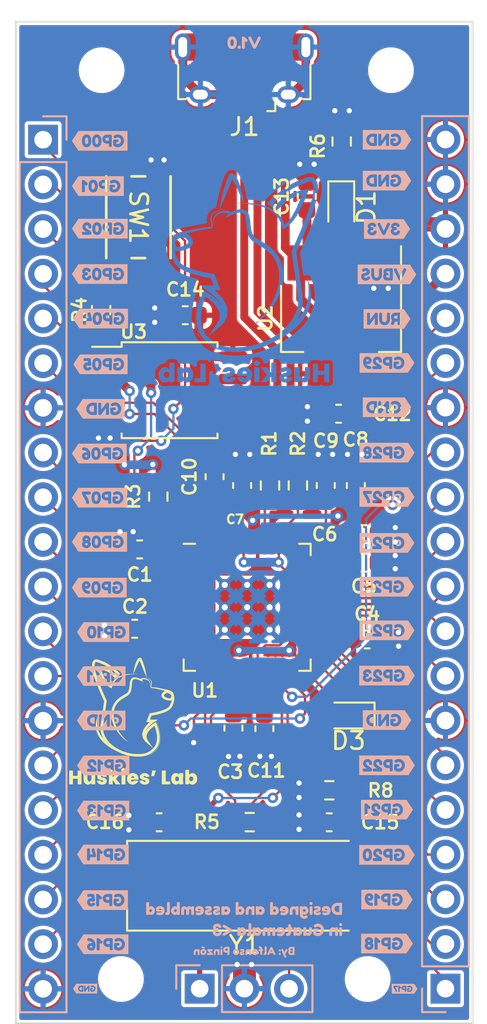
<source format=kicad_pcb>
(kicad_pcb (version 20211014) (generator pcbnew)
  (title_block (title "Siberian 1 by Huskies' lab") (date "2023-06-28") (rev "V1.0") (company "Designed by : Luis Pinzon @luis.p.19"))
  (layers (0 "F.Cu" signal) (31 "B.Cu" power) (34 "B.Paste" user) (35 "F.Paste" user) (36 "B.SilkS" user "B.Silkscreen") (37 "F.SilkS" user "F.Silkscreen") (38 "B.Mask" user) (39 "F.Mask" user) (44 "Edge.Cuts" user))
  (net 0 "")
  (net 1 "+3V3")
  (net 2 "GND")
  (net 3 "+1V1")
  (net 4 "VBUS")
  (net 5 "Net-(C15-Pad2)")
  (net 6 "/XIN")
  (net 7 "Net-(D1-Pad1)")
  (net 8 "/GPIO0")
  (net 9 "/USB_D-")
  (net 10 "/USB_D+")
  (net 12 "/GPIO1")
  (net 13 "/GPIO2")
  (net 14 "/GPIO3")
  (net 15 "/GPIO4")
  (net 16 "/GPIO5")
  (net 17 "/GPIO6")
  (net 18 "/GPIO7")
  (net 19 "/GPIO8")
  (net 20 "/GPIO9")
  (net 21 "/GPIO10")
  (net 22 "/GPIO11")
  (net 23 "/GPIO12")
  (net 24 "/GPIO13")
  (net 25 "/GPIO14")
  (net 26 "/GPIO15")
  (net 27 "/GPIO16")
  (net 28 "/GPIO17")
  (net 29 "/GPIO18")
  (net 30 "/GPIO19")
  (net 31 "/GPIO20")
  (net 32 "/GPIO21")
  (net 33 "/GPIO22")
  (net 34 "/GPIO23")
  (net 35 "/GPIO24")
  (net 36 "/GPIO25")
  (net 37 "/GPIO26_ADC0")
  (net 38 "/GPIO27_ADC1")
  (net 39 "/GPIO28_ADC2")
  (net 40 "/GPIO29_ADC3")
  (net 41 "/RUN")
  (net 42 "/SWCLK")
  (net 43 "/SWD")
  (net 44 "Net-(R1-Pad1)")
  (net 45 "Net-(R2-Pad1)")
  (net 46 "/QSPI_SS")
  (net 47 "/USB_BOOT")
  (net 48 "/XOUT")
  (net 49 "/QSPI_SD1")
  (net 50 "/QSPI_SD2")
  (net 51 "/QSPI_SD0")
  (net 52 "/QSPI_SCLK")
  (net 53 "/QSPI_SD3")
  (net 54 "Net-(D3-Pad1)")
  (footprint "Resistor_SMD:R_0603_1608Metric" (layer "F.Cu") (at 71.835 66.375 90)
    (fp_text reference "R2")
    (fp_text value "27")
  )
  (footprint "Capacitor_SMD:C_0603_1608Metric" (layer "F.Cu") (at 67.1 65.875 90)
    (fp_text reference "C10")
    (fp_text value "100n")
  )
  (footprint "Connector_USB:USB_Micro-B_Amphenol_10118194_Horizontal" (layer "F.Cu") (at 68.7875 42.76 180)
    (fp_text reference "J1")
    (fp_text value "USB_B_Micro" hide)
  )
  (footprint "Capacitor_SMD:C_0603_1608Metric" (layer "F.Cu") (at 65.43 56.7 180)
    (fp_text reference "C14")
    (fp_text value "100n")
  )
  (footprint "MountingHole:MountingHole_2.1mm" (layer "F.Cu") (at 75.8 94.425)
    (fp_text reference "H2" hide)
    (fp_text value "MountingHole" hide)
  )
  (footprint "LED_SMD:LED_0603_1608Metric" (layer "F.Cu") (at 74.71 79.45 180)
    (fp_text reference "D3")
    (fp_text value "LED")
  )
  (footprint "Package_TO_SOT_SMD:SOT-223-3_TabPin2" (layer "F.Cu") (at 74.29 56.88 -90)
    (fp_text reference "U2")
    (fp_text value "AMS1117" hide)
  )
  (footprint "Capacitor_SMD:C_0603_1608Metric" (layer "F.Cu") (at 68.665 66.375 90)
    (fp_text reference "C7")
    (fp_text value "100n")
  )
  (footprint "Capacitor_SMD:C_0603_1608Metric" (layer "F.Cu") (at 75.595 69.14)
    (fp_text reference "C6")
    (fp_text value "100n")
  )
  (footprint "Package_SO:SOIC-8_5.23x5.23mm_P1.27mm" (layer "F.Cu") (at 64.54 60.96)
    (fp_text reference "U3")
    (fp_text value "W25Q128JVS" hide)
  )
  (footprint "MCU_RaspberryPi_and_Boards:RP2040-QFN-56" (layer "F.Cu") (at 68.95 73.3)
    (fp_text reference "U1")
    (fp_text value "RP2040")
  )
  (footprint "Resistor_SMD:R_0603_1608Metric" (layer "F.Cu") (at 69.095 85.51 180)
    (fp_text reference "R5")
    (fp_text value "1k")
  )
  (footprint "Resistor_SMD:R_0603_1608Metric" (layer "F.Cu") (at 63.9 67.01 -90)
    (fp_text reference "R3")
    (fp_text value "DNF")
  )
  (footprint "Capacitor_SMD:C_0603_1608Metric" (layer "F.Cu") (at 62.84 70.01 180)
    (fp_text reference "C1")
    (fp_text value "100n")
  )
  (footprint "LOGO" (layer "F.Cu") (at 62.431069 83.044095)
    (fp_text reference "G***" hide)
    (fp_text value "LOGO" hide)
  )
  (footprint "Resistor_SMD:R_0603_1608Metric" (layer "F.Cu") (at 70.25 66.375 90)
    (fp_text reference "R1")
    (fp_text value "27 ")
  )
  (footprint "Capacitor_SMD:C_0603_1608Metric" (layer "F.Cu") (at 73.615 85.52)
    (fp_text reference "C15")
    (fp_text value "27p")
  )
  (footprint "Capacitor_SMD:C_0603_1608Metric" (layer "F.Cu") (at 74.15 62.3 180)
    (fp_text reference "C12")
    (fp_text value "10u")
  )
  (footprint "MCU_RaspberryPi_and_Boards:Crystal_SMD_HC49-US" (layer "F.Cu") (at 68.825 89.125)
    (fp_text reference "Y1")
    (fp_text value "Crystal")
  )
  (footprint "Resistor_SMD:R_0603_1608Metric" (layer "F.Cu") (at 74.325 46.825 -90)
    (fp_text reference "R6")
    (fp_text value "1k")
  )
  (footprint "Capacitor_SMD:C_0603_1608Metric" (layer "F.Cu") (at 63.9475 85.52)
    (fp_text reference "C16")
    (fp_text value "27p")
  )
  (footprint "LOGO" (layer "F.Cu") (at 62.372893 78.969422)
    (fp_text reference "G***" hide)
    (fp_text value "LOGO" hide)
  )
  (footprint "MountingHole:MountingHole_2.1mm" (layer "F.Cu") (at 61.775 94.425)
    (fp_text reference "H4" hide)
    (fp_text value "MountingHole" hide)
  )
  (footprint "Resistor_SMD:R_0603_1608Metric" (layer "F.Cu") (at 60.65 56.41 -90)
    (fp_text reference "R4")
    (fp_text value "1K")
  )
  (footprint "MountingHole:MountingHole_2.1mm" (layer "F.Cu") (at 60.675 42.775)
    (fp_text reference "H3" hide)
    (fp_text value "MountingHole")
  )
  (footprint "Resistor_SMD:R_0603_1608Metric" (layer "F.Cu") (at 73.62 83.7)
    (fp_text reference "R8")
    (fp_text value "1k")
  )
  (footprint "Capacitor_SMD:C_0603_1608Metric" (layer "F.Cu") (at 72.34 49.95 90)
    (fp_text reference "C13")
    (fp_text value "10u")
  )
  (footprint "Capacitor_SMD:C_0603_1608Metric" (layer "F.Cu") (at 75.595 70.765)
    (fp_text reference "C5")
    (fp_text value "100n")
  )
  (footprint "FOOTPRINTS_s1:SW4_PTS815 SJM 250 SMTR LFS_CNK" (layer "F.Cu") (at 62.7685 51.1308 -90)
    (fp_text reference "SW1")
    (fp_text value "PTS815_SJM_250_SMTR_LFS")
  )
  (footprint "Capacitor_SMD:C_0603_1608Metric" (layer "F.Cu") (at 68.17 80.17 -90)
    (fp_text reference "C3")
    (fp_text value "100n")
  )
  (footprint "LED_SMD:LED_0603_1608Metric" (layer "F.Cu") (at 74.3 50.575 -90)
    (fp_text reference "D1")
    (fp_text value "LED")
  )
  (footprint "Capacitor_SMD:C_0603_1608Metric" (layer "F.Cu") (at 69.93 80.2 -90)
    (fp_text reference "C11")
    (fp_text value "100n")
  )
  (footprint "Capacitor_SMD:C_0603_1608Metric" (layer "F.Cu") (at 75.13 66.375 90)
    (fp_text reference "C8")
    (fp_text value "1u")
  )
  (footprint "Capacitor_SMD:C_0603_1608Metric" (layer "F.Cu") (at 73.42 66.375 90)
    (fp_text reference "C9")
    (fp_text value "1u")
  )
  (footprint "MountingHole:MountingHole_2.1mm" (layer "F.Cu") (at 77.125 42.775)
    (fp_text reference "H1" hide)
    (fp_text value "MountingHole" hide)
  )
  (footprint "Capacitor_SMD:C_0603_1608Metric" (layer "F.Cu") (at 75.775 75.125)
    (fp_text reference "C4")
    (fp_text value "100n")
  )
  (footprint "Capacitor_SMD:C_0603_1608Metric" (layer "F.Cu") (at 62.56 74.52 180)
    (fp_text reference "C2")
    (fp_text value "100n")
  )
  (footprint "kibuzzard-648F2CBD" (layer "B.Cu") (at 76.90238 54.38 180)
    (fp_text reference "kibuzzard-648F2CBD" hide)
    (fp_text value "G***" hide)
  )
  (footprint "kibuzzard-648F3680" (layer "B.Cu") (at 60.760981 74.71 180)
    (fp_text reference "kibuzzard-648F3680" hide)
    (fp_text value "G***" hide)
  )
  (footprint "kibuzzard-648F2D43" (layer "B.Cu") (at 76.90238 82.28 180)
    (fp_text reference "kibuzzard-648F2D43" hide)
    (fp_text value "G***" hide)
  )
  (footprint "kibuzzard-648F2D75" (layer "B.Cu") (at 76.90238 92.41 180)
    (fp_text reference "kibuzzard-648F2D75" hide)
    (fp_text value "G***" hide)
  )
  (footprint "kibuzzard-648F369C" (layer "B.Cu") (at 60.765585 82.29 180)
    (fp_text reference "kibuzzard-648F369C" hide)
    (fp_text value "G***" hide)
  )
  (footprint "kibuzzard-648F36A4" (layer "B.Cu") (at 60.760822 84.85 180)
    (fp_text reference "kibuzzard-648F36A4" hide)
    (fp_text value "G***" hide)
  )
  (footprint "kibuzzard-649102D9" (layer "B.Cu") (at 60.555082 69.58 180)
    (fp_text reference "kibuzzard-649102D9" hide)
    (fp_text value "G***" hide)
  )
  (footprint "kibuzzard-648F2D2B" (layer "B.Cu") (at 76.90238 77.18 180)
    (fp_text reference "kibuzzard-648F2D2B" hide)
    (fp_text value "G***" hide)
  )
  (footprint "kibuzzard-648F2D22" (layer "B.Cu") (at 76.90238 74.61 180)
    (fp_text reference "kibuzzard-648F2D22" hide)
    (fp_text value "G***" hide)
  )
  (footprint "kibuzzard-648F2C96" (layer "B.Cu") (at 76.90238 61.93 180)
    (fp_text reference "kibuzzard-648F2C96" hide)
    (fp_text value "G***" hide)
  )
  (footprint "kibuzzard-648F2CDB" (layer "B.Cu") (at 76.90238 64.51 180)
    (fp_text reference "kibuzzard-648F2CDB" hide)
    (fp_text value "G***" hide)
  )
  (footprint "kibuzzard-649102A3" (layer "B.Cu") (at 60.571751 51.78 180)
    (fp_text reference "kibuzzard-649102A3" hide)
    (fp_text value "G***" hide)
  )
  (footprint "kibuzzard-648F2C96" (layer "B.Cu") (at 76.90238 46.73 180)
    (fp_text reference "kibuzzard-648F2C96" hide)
    (fp_text value "G***" hide)
  )
  (footprint "kibuzzard-649102B0" (layer "B.Cu") (at 60.61 56.89 180)
    (fp_text reference "kibuzzard-649102B0" hide)
    (fp_text value "G***" hide)
  )
  (footprint "kibuzzard-648F2CE5" (layer "B.Cu") (at 76.90238 67.03 180)
    (fp_text reference "kibuzzard-648F2CE5" hide)
    (fp_text value "G***" hide)
  )
  (footprint "kibuzzard-649102AA" (layer "B.Cu") (at 60.566989 54.36 180)
    (fp_text reference "kibuzzard-649102AA" hide)
    (fp_text value "G***" hide)
  )
  (footprint "kibuzzard-648F2D0C" (layer "B.Cu") (at 76.90238 69.64 180)
    (fp_text reference "kibuzzard-648F2D0C" hide)
    (fp_text value "G***" hide)
  )
  (footprint "kibuzzard-64910390" (layer "B.Cu") (at 60.61 62.02 180)
    (fp_text reference "kibuzzard-64910390" hide)
    (fp_text value "G***" hide)
  )
  (footprint "kibuzzard-649102D1" (layer "B.Cu") (at 60.548891 67.07 180)
    (fp_text reference "kibuzzard-649102D1" hide)
    (fp_text value "G***" hide)
  )
  (footprint "Connector_PinHeader_2.54mm:PinHeader_1x20_P2.54mm_Vertical" (layer "B.Cu") (at 80.225 94.975)
    (fp_text reference "J3" hide)
    (fp_text value "Conn_01x20_Male" hide)
  )
  (footprint "kibuzzard-648F2D5B" (layer "B.Cu") (at 76.90238 87.37 180)
    (fp_text reference "kibuzzard-648F2D5B" hide)
    (fp_text value "G***" hide)
  )
  (footprint "kibuzzard-64910299" (layer "B.Cu") (at 60.567147 46.79 180)
    (fp_text reference "kibuzzard-64910299" hide)
    (fp_text value "G***" hide)
  )
  (footprint "kibuzzard-648F2CB5" (layer "B.Cu") (at 76.90238 51.8 180)
    (fp_text reference "kibuzzard-648F2CB5" hide)
    (fp_text value "G***" hide)
  )
  (footprint "LOGO" (layer "B.Cu") (at 68.821907 60.078792 180)
    (fp_text reference "G***" hide)
    (fp_text value "LOGO" hide)
  )
  (footprint "kibuzzard-648F2CC6" (layer "B.Cu") (at 76.90238 59.41 180)
    (fp_text reference "kibuzzard-648F2CC6" hide)
    (fp_text value "G***" hide)
  )
  (footprint "kibuzzard-648F2C96" (layer "B.Cu") (at 76.90238 79.71 180)
    (fp_text reference "kibuzzard-648F2C96" hide)
    (fp_text value "G***" hide)
  )
  (footprint "kibuzzard-648F368A" (layer "B.Cu") (at 60.657476 77.21 180)
    (fp_text reference "kibuzzard-648F368A" hide)
    (fp_text value "G***" hide)
  )
  (footprint "kibuzzard-648F3832" (layer "B.Cu") (at 68.78 41.21 180)
    (fp_text reference "kibuzzard-648F3832" hide)
    (fp_text value "G***" hide)
  )
  (footprint "kibuzzard-648F36AB" (layer "B.Cu") (at 60.745582 87.35 180)
    (fp_text reference "kibuzzard-648F36AB" hide)
    (fp_text value "G***" hide)
  )
  (footprint "LOGO" (layer "B.Cu") (at 68.94478 53.717751 180)
    (fp_text reference "G***" hide)
    (fp_text value "LOGO" hide)
  )
  (footprint "kibuzzard-648F3652" (layer "B.Cu") (at 60.654142 79.73 180)
    (fp_text reference "kibuzzard-648F3652" hide)
    (fp_text value "G***" hide)
  )
  (footprint "kibuzzard-648F36C6" (layer "B.Cu") (at 60.737962 92.45 180)
    (fp_text reference "kibuzzard-648F36C6" hide)
    (fp_text value "G***" hide)
  )
  (footprint "kibuzzard-649102B6" (layer "B.Cu") (at 60.61 59.49 180)
    (fp_text reference "kibuzzard-649102B6" hide)
    (fp_text value "G***" hide)
  )
  (footprint "kibuzzard-6491029F" (layer "B.Cu") (at 60.463642 49.36 180)
    (fp_text reference "kibuzzard-6491029F" hide)
    (fp_text value "G***" hide)
  )
  (footprint "kibuzzard-648F2D6A" (layer "B.Cu") (at 76.90238 89.91 180)
    (fp_text reference "kibuzzard-648F2D6A" hide)
    (fp_text value "G***" hide)
  )
  (footprint "kibuzzard-648FAA0F" (layer "B.Cu") (at 77.9 94.98 180)
    (fp_text reference "kibuzzard-648FAA0F" hide)
    (fp_text value "G***" hide)
  )
  (footprint "kibuzzard-648F2D18" (layer "B.Cu") (at 76.90238 72.13 180)
    (fp_text reference "kibuzzard-648F2D18" hide)
    (fp_text value "G***" hide)
  )
  (footprint "kibuzzard-648F38C2" (layer "B.Cu") (at 68.78 91.02 180)
    (fp_text reference "kibuzzard-648F38C2" hide)
    (fp_text value "G***" hide)
  )
  (footprint "kibuzzard-649125AB" (layer "B.Cu") (at 68.78 92.89 180)
    (fp_text reference "kibuzzard-649125AB" hide)
    (fp_text value "G***" hide)
  )
  (footprint "kibuzzard-648F2D4D" (layer "B.Cu") (at 76.90238 84.8 180)
    (fp_text reference "kibuzzard-648F2D4D" hide)
    (fp_text value "G***" hide)
  )
  (footprint "Connector_PinHeader_2.54mm:PinHeader_1x20_P2.54mm_Vertical" (layer "B.Cu") (at 57.35 46.725 180)
    (fp_text reference "J2" hide)
    (fp_text value "Conn_01x20_Male" hide)
  )
  (footprint "kibuzzard-648F36B6" (layer "B.Cu") (at 60.723834 89.94 180)
    (fp_text reference "kibuzzard-648F36B6" hide)
    (fp_text value "G***" hide)
  )
  (footprint "kibuzzard-648F2C57" (layer "B.Cu") (at 76.90238 56.91 180)
    (fp_text reference "kibuzzard-648F2C57" hide)
    (fp_text value "G***" hide)
  )
  (footprint "kibuzzard-648FA7D0" (layer "B.Cu") (at 59.74 94.97 180)
    (fp_text reference "kibuzzard-648FA7D0" hide)
    (fp_text value "G***" hide)
  )
  (footprint "kibuzzard-648F2CA2" (layer "B.Cu") (at 76.90238 49.05 180)
    (fp_text reference "kibuzzard-648F2CA2" hide)
    (fp_text value "G***" hide)
  )
  (footprint "kibuzzard-649102E1" (layer "B.Cu") (at 60.543652 72.18 180)
    (fp_text reference "kibuzzard-649102E1" hide)
    (fp_text value "G***" hide)
  )
  (footprint "kibuzzard-649102CC" (layer "B.Cu") (at 60.544129 64.56 180)
    (fp_text reference "kibuzzard-649102CC" hide)
    (fp_text value "G***" hide)
  )
  (footprint "Connector_PinHeader_2.54mm:PinHeader_1x03_P2.54mm_Vertical" (layer "B.Cu") (at 66.25 94.975 -90)
    (fp_text reference "J4" hide)
    (fp_text value "Conn_01x03_Male" hide)
  )
  (gr_rect locked (start 55.795 40.015) (end 81.765 96.95) (layer "Edge.Cuts") (width 0.1) (fill none))
  (segment (start 63.615 70.01) (end 64.305 70.7) (width 0.13) (layer "F.Cu") (net 1))
  (segment (start 75 62.225) (end 74.925 62.3) (width 0.5) (layer "F.Cu") (net 1))
  (segment (start 74.305 51.38) (end 79.81 51.38) (width 0.5) (layer "F.Cu") (net 1))
  (segment (start 69.325 68.875) (end 69.15 68.875) (width 0.13) (layer "F.Cu") (net 1))
  (segment (start 69.15 68.875) (end 69.15 69.8625) (width 0.13) (layer "F.Cu") (net 1))
  (segment (start 69.261132 67.846132) (end 68.665 67.25) (width 0.13) (layer "F.Cu") (net 1))
  (segment (start 71.55 69.8625) (end 71.5625 69.875) (width 0.13) (layer "F.Cu") (net 1))
  (segment (start 74.14 68.11) (end 75.1 67.15) (width 0.13) (layer "F.Cu") (net 1))
  (segment (start 69.55 69.1) (end 69.325 68.875) (width 0.13) (layer "F.Cu") (net 1))
  (segment (start 66.705 59.055) (end 66.205 58.555) (width 0.5) (layer "F.Cu") (net 1))
  (segment (start 74.11 68.223453) (end 73.42 68.913453) (width 0.13) (layer "F.Cu") (net 1))
  (segment (start 73.415 69.875) (end 74.14 69.15) (width 0.13) (layer "F.Cu") (net 1))
  (segment (start 69.15 68.471539) (end 69.15 68.875) (width 0.13) (layer "F.Cu") (net 1))
  (segment (start 74.11 68.11) (end 74.14 68.11) (width 0.13) (layer "F.Cu") (net 1))
  (segment (start 71.5825 69.43) (end 71.15 69.8625) (width 0.13) (layer "F.Cu") (net 1))
  (segment (start 71.15 69.95) (end 71.3 70.1) (width 0.13) (layer "F.Cu") (net 1))
  (segment (start 75 61.175) (end 75 62.225) (width 0.5) (layer "F.Cu") (net 1))
  (segment (start 69.15 78.42) (end 68.145 79.425) (width 0.13) (layer "F.Cu") (net 1))
  (segment (start 74.29 51.395) (end 73.9 51.785) (width 0.5) (layer "F.Cu") (net 1))
  (segment (start 71.15 69.8625) (end 71.15 69.95) (width 0.13) (layer "F.Cu") (net 1))
  (segment (start 69.261132 68.360407) (end 69.261132 67.846132) (width 0.13) (layer "F.Cu") (net 1))
  (segment (start 69.261132 68.360407) (end 69.15 68.471539) (width 0.13) (layer "F.Cu") (net 1))
  (segment (start 71.42 70.1) (end 71.55 69.97) (width 0.13) (layer "F.Cu") (net 1))
  (segment (start 65.5125 74.3) (end 63.505 74.3) (width 0.13) (layer "F.Cu") (net 1))
  (segment (start 79.81 51.38) (end 80.225 51.795) (width 0.5) (layer "F.Cu") (net 1))
  (segment (start 74.29 60.465) (end 75 61.175) (width 0.5) (layer "F.Cu") (net 1))
  (segment (start 72.92 69.43) (end 71.5825 69.43) (width 0.13) (layer "F.Cu") (net 1))
  (segment (start 71.55 69.97) (end 71.55 69.8625) (width 0.13) (layer "F.Cu") (net 1))
  (segment (start 69.15 76.7375) (end 69.15 78.42) (width 0.13) (layer "F.Cu") (net 1))
  (segment (start 71.5625 69.875) (end 73.415 69.875) (width 0.13) (layer "F.Cu") (net 1))
  (segment (start 71.3 70.1) (end 71.42 70.1) (width 0.13) (layer "F.Cu") (net 1))
  (segment (start 73.9 51.785) (end 73.9 53.31) (width 0.5) (layer "F.Cu") (net 1))
  (segment (start 74.175 74.3) (end 75 75.125) (width 0.13) (layer "F.Cu") (net 1))
  (segment (start 73.42 68.93) (end 72.92 69.43) (width 0.13) (layer "F.Cu") (net 1))
  (segment (start 66.205 58.555) (end 66.205 56.7) (width 0.5) (layer "F.Cu") (net 1))
  (segment (start 72.3875 74.3) (end 74.175 74.3) (width 0.13) (layer "F.Cu") (net 1))
  (segment (start 72.3875 70.7) (end 74.755 70.7) (width 0.13) (layer "F.Cu") (net 1))
  (segment (start 64.305 70.7) (end 65.5125 70.7) (width 0.13) (layer "F.Cu") (net 1))
  (segment (start 63.505 74.3) (end 63.335 74.47) (width 0.13) (layer "F.Cu") (net 1))
  (segment (start 68.14 59.055) (end 66.705 59.055) (width 0.5) (layer "F.Cu") (net 1))
  (segment (start 74.11 68.11) (end 74.11 68.223453) (width 0.13) (layer "F.Cu") (net 1))
  (segment (start 73.42 68.913453) (end 73.42 68.93) (width 0.13) (layer "F.Cu") (net 1))
  (segment (start 74.29 60.03) (end 74.29 60.465) (width 0.5) (layer "F.Cu") (net 1))
  (segment (start 74.14 69.15) (end 74.81 69.15) (width 0.13) (layer "F.Cu") (net 1))
  (segment (start 69.55 69.8625) (end 69.55 69.1) (width 0.13) (layer "F.Cu") (net 1))
  (segment (start 73.9 53.31) (end 74.29 53.7) (width 0.5) (layer "F.Cu") (net 1))
  (via (at 61.9755 65.2) (size 0.6) (drill 0.3) (layers "F.Cu" "B.Cu") (net 1))
  (via (at 69.261132 68.360407) (size 0.6) (drill 0.3) (layers "F.Cu" "B.Cu") (net 1))
  (via (at 71.34 75.75) (size 0.6) (drill 0.3) (layers "F.Cu" "B.Cu") (net 1))
  (via (at 63.59 65.18) (size 0.6) (drill 0.3) (layers "F.Cu" "B.Cu") (net 1))
  (via (at 68.48 75.75) (size 0.6) (drill 0.3) (layers "F.Cu" "B.Cu") (net 1))
  (via (at 74.11 68.11) (size 0.6) (drill 0.3) (layers "F.Cu" "B.Cu") (net 1))
  (segment (start 74.11 68.11) (end 74.1 68.12) (width 0.3) (layer "B.Cu") (net 1))
  (segment (start 68.48 75.75) (end 71.34 75.75) (width 0.4) (layer "B.Cu") (net 1))
  (segment (start 74.1 68.12) (end 69.501539 68.12) (width 0.3) (layer "B.Cu") (net 1))
  (segment (start 63.57 65.2) (end 61.9755 65.2) (width 0.5) (layer "B.Cu") (net 1))
  (segment (start 63.59 65.18) (end 63.57 65.2) (width 0.5) (layer "B.Cu") (net 1))
  (segment (start 69.501539 68.12) (end 69.261132 68.360407) (width 0.3) (layer "B.Cu") (net 1))
  (segment (start 71.94 48.12) (end 72.76 48.12) (width 0.5) (layer "F.Cu") (net 2))
  (segment (start 65.92 80.98) (end 65.91 80.99) (width 0.13) (layer "F.Cu") (net 2))
  (segment (start 60.83 74.304501) (end 60.83 74.71) (width 0.5) (layer "F.Cu") (net 2))
  (segment (start 72.76 48.755) (end 72.34 49.175) (width 0.5) (layer "F.Cu") (net 2))
  (segment (start 77.37 70.995) (end 77.37 71.11) (width 0.5) (layer "F.Cu") (net 2))
  (segment (start 71.9 85.1) (end 72.42 85.1) (width 0.5) (layer "F.Cu") (net 2))
  (segment (start 72.99 64.61) (end 72.99 65.17) (width 0.5) (layer "F.Cu") (net 2))
  (segment (start 72.37 48.55) (end 71.94 48.12) (width 0.5) (layer "F.Cu") (net 2))
  (segment (start 64.225 48.499298) (end 63.843499 48.880799) (width 0.5) (layer "F.Cu") (net 2))
  (segment (start 74.66 64.61) (end 75.06 64.61) (width 0.5) (layer "F.Cu") (net 2))
  (segment (start 70.03 81.77) (end 70.33 81.77) (width 0.5) (layer "F.Cu") (net 2))
  (segment (start 69.67 81.235) (end 69.93 80.975) (width 0.5) (layer "F.Cu") (net 2))
  (segment (start 73.935 45.61) (end 74.325 46) (width 0.5) (layer "F.Cu") (net 2))
  (segment (start 68.28 64.61) (end 69.1 64.61) (width 0.5) (layer "F.Cu") (net 2))
  (segment (start 60.5 63.68) (end 60.68 63.68) (width 0.5) (layer "F.Cu") (net 2))
  (segment (start 60.5 63.305) (end 60.94 62.865) (width 0.5) (layer "F.Cu") (net 2))
  (segment (start 64.225 47.875) (end 64.225 48.499298) (width 0.5) (layer "F.Cu") (net 2))
  (segment (start 61.595 74.71) (end 60.83 74.71) (width 0.5) (layer "F.Cu") (net 2))
  (segment (start 61.569501 74.304501) (end 61.785 74.52) (width 0.5) (layer "F.Cu") (net 2))
  (segment (start 67.1 65.1) (end 67.275 64.925) (width 0.5) (layer "F.Cu") (net 2))
  (segment (start 60.94 62.865) (end 60.68 63.125) (width 0.5) (layer "F.Cu") (net 2))
  (segment (start 67.89 81.225) (end 68.17 80.945) (width 0.5) (layer "F.Cu") (net 2))
  (segment (start 77.14 70.765) (end 77.37 70.995) (width 0.5) (layer "F.Cu") (net 2))
  (segment (start 76.37 70.765) (end 76.775 70.36) (width 0.5) (layer "F.Cu") (net 2))
  (segment (start 62.1 69.975) (end 62.1 69.275) (width 0.5) (layer "F.Cu") (net 2))
  (segment (start 60.84 74.92) (end 61.385 74.92) (width 0.5) (layer "F.Cu") (net 2))
  (segment (start 76.97 54.11) (end 76.59 53.73) (width 0.5) (layer "F.Cu") (net 2))
  (segment (start 60.83 74.71) (end 60.83 74.91) (width 0.5) (layer "F.Cu") (net 2))
  (segment (start 68.09 81.78) (end 68.53 81.78) (width 0.5) (layer "F.Cu") (net 2))
  (segment (start 76.15 55.17) (end 76.15 54.17) (width 0.5) (layer "F.Cu") (net 2))
  (segment (start 63.695 57.105) (end 64.25 57.105) (width 0.5) (layer "F.Cu") (net 2))
  (segment (start 62.225 85.13) (end 62.225 85.95) (width 0.5) (layer "F.Cu") (net 2))
  (segment (start 65.2875 41.46) (end 65.2875 43.16) (width 0.5) (layer "F.Cu") (net 2))
  (segment (start 63.85 48.874298) (end 63.85 48.15) (width 0.5) (layer "F.Cu") (net 2))
  (segment (start 73.81 64.61) (end 73.385 64.61) (width 0.5) (layer "F.Cu") (net 2))
  (segment (start 64.64 56.685) (end 64.655 56.7) (width 0.5) (layer "F.Cu") (net 2))
  (segment (start 62.7825 85.13) (end 63.1725 85.52) (width 0.5) (layer "F.Cu") (net 2))
  (segment (start 76.37 70.765) (end 77.14 70.765) (width 0.5) (layer "F.Cu") (net 2))
  (segment (start 73.81 65.21) (end 73.42 65.6) (width 0.5) (layer "F.Cu") (net 2))
  (segment (start 77.33 71.15) (end 77.37 71.11) (width 0.5) (layer "F.Cu") (net 2))
  (segment (start 77.56 75.51) (end 77.56 74.74) (width 0.5) (layer "F.Cu") (net 2))
  (segment (start 67.275 64.925) (end 67.965 64.925) (width 0.5) (layer "F.Cu") (net 2))
  (segment (start 76.65 71.15) (end 77.33 71.15) (width 0.5) (layer "F.Cu") (net 2))
  (segment (start 68.79 94.975) (end 68.38 94.565) (width 0.5) (layer "F.Cu") (net 2))
  (segment (start 76.59 53.73) (end 76.55 53.77) (width 0.5) (layer "F.Cu") (net 2))
  (segment (start 68.54 81.77) (end 68.54 81.315) (width 0.5) (layer "F.Cu") (net 2))
  (segment (start 68.53 81.78) (end 68.54 81.77) (width 0.5) (layer "F.Cu") (net 2))
  (segment (start 76.935 75.51) (end 77.56 75.51) (width 0.5) (layer "F.Cu") (net 2))
  (segment (start 68.79 94.975) (end 68.79 93.65) (width 0.5) (layer "F.Cu") (net 2))
  (segment (start 60.68 63.68) (end 61.16 63.68) (width 0.5) (layer "F.Cu") (net 2))
  (segment (start 68.38 93.6) (end 68.74 93.6) (width 0.5) (layer "F.Cu") (net 2))
  (segment (start 75.48 65.25) (end 75.13 65.6) (width 0.5) (layer "F.Cu") (net 2))
  (segment (start 76.15 54.17) (end 76.59 53.73) (width 0.5) (layer "F.Cu") (net 2))
  (segment (start 72.375 61.9) (end 72.975 61.9) (width 0.5) (layer "F.Cu") (net 2))
  (segment (start 72.37 48.55) (end 72.37 48.51) (width 0.5) (layer "F.Cu") (net 2))
  (segment (start 69.67 81.77) (end 70.03 81.77) (width 0.5) (layer "F.Cu") (net 2))
  (segment (start 72.955 62.72) (end 73.375 62.3) (width 0.5) (layer "F.Cu") (net 2))
  (segment (start 68.28 65.215) (end 68.665 65.6) (width 0.5) (layer "F.Cu") (net 2))
  (segment (start 68.715 64.995) (end 69.1 64.61) (width 0.5) (layer "F.Cu") (net 2))
  (segment (start 76.37 70.87) (end 76.65 71.15) (width 0.5) (layer "F.Cu") (net 2))
  (segment (start 71.94 48.775) (end 72.34 49.175) (width 0.5) (layer "F.Cu") (net 2))
  (segment (start 73.35 62.325) (end 72.65 62.325) (width 0.5) (layer "F.Cu") (net 2))
  (segment (start 62.225 85.95) (end 62.7425 85.95) (width 0.5) (layer "F.Cu") (net 2))
  (segment (start 72.99 65.17) (end 73.42 65.6) (width 0.5) (layer "F.Cu") (net 2))
  (segment (start 62.065 70.01) (end 62.1 69.975) (width 0.5) (layer "F.Cu") (net 2))
  (segment (start 64.25 57.105) (end 64.655 56.7) (width 0.5) (layer "F.Cu") (net 2))
  (segment (start 76.15 55.17) (end 76.97 55.17) (width 0.5) (layer "F.Cu") (net 2))
  (segment (start 77.37 68.77) (end 77.37 69.59) (width 0.5) (layer "F.Cu") (net 2))
  (segment (start 68.28 64.61) (end 68.28 65.215) (width 0.5) (layer "F.Cu") (net 2))
  (segment (start 72.385 84.11) (end 72.795 83.7) (width 0.5) (layer "F.Cu") (net 2))
  (segment (start 73.935 45.0775) (end 74.755 45.0775) (width 0.5) (layer "F.Cu") (net 2))
  (segment (start 76.37 69.14) (end 76.38 69.15) (width 0.5) (layer "F.Cu") (net 2))
  (segment (start 77.56 74.74) (end 77.55 74.73) (width 0.5) (layer "F.Cu") (net 2))
  (segment (start 62.225 85.13) (end 62.7825 85.13) (width 0.5) (layer "F.Cu") (net 2))
  (segment (start 67.725 65.725) (end 68.54 65.725) (width 0.5) (layer "F.Cu") (net 2))
  (segment (start 72.84 85.52) (end 72.835 85.525) (width 0.5) (layer "F.Cu") (net 2))
  (segment (start 73.385 64.61) (end 73.385 65.565) (width 0.5) (layer "F.Cu") (net 2))
  (segment (start 68.79 94.975) (end 68.4 94.585) (width 0.5) (layer "F.Cu") (net 2))
  (segment (start 60.83 74.304501) (end 61.569501 74.304501) (width 0.5) (layer "F.Cu") (net 2))
  (segment (start 60.5 63.68) (end 60.5 63.305) (width 0.5) (layer "F.Cu") (net 2))
  (segment (start 71.9 83.29) (end 71.9 84.11) (width 0.5) (layer "F.Cu") (net 2))
  (segment (start 71.94 48.12) (end 71.94 48.775) (width 0.5) (layer "F.Cu") (net 2))
  (segment (start 63.49 47.875) (end 64.225 47.875) (width 0.5) (layer "F.Cu") (net 2))
  (segment (start 72.76 48.12) (end 72.76 48.755) (width 0.5) (layer "F.Cu") (net 2))
  (segment (start 72.42 85.1) (end 72.84 85.52) (width 0.5) (layer "F.Cu") (net 2))
  (segment (start 64.24 56.285) (end 64.655 56.7) (width 0.5) (layer "F.Cu") (net 2))
  (segment (start 72.375 61.9) (end 72.375 62.72) (width 0.5) (layer "F.Cu") (net 2))
  (segment (start 70.33 81.77) (end 70.33 81.375) (width 0.5) (layer "F.Cu") (net 2))
  (segment (start 76.38 69.15) (end 77.125 69.15) (width 0.5) (layer "F.Cu") (net 2))
  (segment (start 67.375 65.375) (end 67.95 65.375) (width 0.5) (layer "F.Cu") (net 2))
  (segment (start 62.7425 85.95) (end 63.1725 85.52) (width 0.5) (layer "F.Cu") (net 2))
  (segment (start 76.625 75.2) (end 77.25 75.2) (width 0.5) (layer "F.Cu") (net 2))
  (segment (start 76.55 75.125) (end 76.95 74.725) (width 0.5) (layer "F.Cu") (net 2))
  (segment (start 63.695 56.685) (end 64.64 56.685) (width 0.5) (layer "F.Cu") (net 2))
  (segment (start 70.03 81.075) (end 70.03 81.77) (width 0.5) (layer "F.Cu") (net 2))
  (segment (start 68.4 94.585) (end 68.4 93.62) (width 0.5) (layer "F.Cu") (net 2))
  (segment (start 77.37 70.36) (end 77.37 70.995) (width 0.5) (layer "F.Cu") (net 2))
  (segment (start 68.915 94.975) (end 69.2 94.69) (width 0.5) (layer "F.Cu") (net 2))
  (segment (start 68.09 81.025) (end 68.09 81.78) (width 0.5) (layer "F.Cu") (net 2))
  (segment (start 69.1 65.165) (end 68.665 65.6) (width 0.5) (layer "F.Cu") (net 2))
  (segment (start 67.89 81.78) (end 68.09 81.78) (width 0.5) (layer "F.Cu") (net 2))
  (segment (start 76.55 75.125) (end 76.935 75.51) (width 0.5) (layer "F.Cu") (net 2))
  (segment (start 75.06 64.61) (end 75.06 65.53) (width 0.5) (layer "F.Cu") (net 2))
  (segment (start 75.06 65.53) (end 75.13 65.6) (width 0.5) (layer "F.Cu") (net 2))
  (segment (start 75.06 64.61) (end 75.48 64.61) (width 0.5) (layer "F.Cu") (net 2))
  (segment (start 68.665 64.995) (end 68.715 64.995) (width 0.5) (layer "F.Cu") (net 2))
  (segment (start 74.66 64.61) (end 74.66 65.13) (width 0.5) (layer "F.Cu") (net 2))
  (segment (start 68.665 65.6) (end 68.665 64.995) (width 0.5) (layer "F.Cu") (net 2))
  (segment (start 76.82 69.59) (end 76.37 69.14) (width 0.5) (layer "F.Cu") (net 2))
  (segment (start 70.33 81.375) (end 69.93 80.975) (width 0.5) (layer "F.Cu") (net 2))
  (segment (start 76.97 55.17) (end 76.97 54.11) (width 0.5) (layer "F.Cu") (net 2))
  (segment (start 72.2875 43.3375) (end 72.2875 41.46) (width 0.5) (layer "F.Cu") (net 2))
  (segment (start 68.17 80.945) (end 68.09 81.025) (width 0.5) (layer "F.Cu") (net 2))
  (segment (start 73.385 65.565) (end 73.42 65.6) (width 0.5) (layer "F.Cu") (net 2))
  (segment (start 71.9 83.29) (end 72.385 83.29) (width 0.5) (layer "F.Cu") (net 2))
  (segment (start 77.545 74.725) (end 77.55 74.73) (width 0.5) (layer "F.Cu") (net 2))
  (segment (start 61.16 63.68) (end 61.160838 63.680838) (width 0.5) (layer "F.Cu") (net 2))
  (segment (start 71.9 84.11) (end 72.385 84.11) (width 0.5) (layer "F.Cu") (net 2))
  (segment (start 69.2 94.69) (end 69.2 93.6) (width 0.5) (layer "F.Cu") (net 2))
  (segment (start 72.375 62.72) (end 72.955 62.72) (width 0.5) (layer "F.Cu") (net 2))
  (segment (start 61.722845 69.667845) (end 62.065 70.01) (width 0.5) (layer "F.Cu") (net 2))
  (segment (start 67.965 64.925) (end 68.28 64.61) (width 0.5) (layer "F.Cu") (net 2))
  (segment (start 76.775 70.36) (end 77.37 70.36) (width 0.5) (layer "F.Cu") (net 2))
  (segment (start 61.785 74.52) (end 61.595 74.71) (width 0.5) (layer "F.Cu") (net 2))
  (segment (start 63.843499 48.880799) (end 63.85 48.874298) (width 0.5) (layer "F.Cu") (net 2))
  (segment (start 74.755 45.0775) (end 74.755 45.57) (width 0.5) (layer "F.Cu") (net 2))
  (segment (start 62.47 69) (end 62.47 69.605) (width 0.5) (layer "F.Cu") (net 2))
  (segment (start 69.67 81.77) (end 69.67 81.235) (width 0.5) (layer "F.Cu") (net 2))
  (segment (start 72.795 83.7) (end 72.175 83.7) (width 0.5) (layer "F.Cu") (net 2))
  (segment (start 68.79 94.975) (end 68.915 94.975) (width 0.5) (layer "F.Cu") (net 2))
  (segment (start 69.1 64.61) (end 69.1 65.165) (width 0.5) (layer "F.Cu") (net 2))
  (segment (start 73.375 62.3) (end 73.35 62.325) (width 0.5) (layer "F.Cu") (net 2))
  (segment (start 74.66 65.13) (end 75.13 65.6) (width 0.5) (layer "F.Cu") (net 2))
  (segment (start 77.37 68.77) (end 76.74 68.77) (width 0.5) (layer "F.Cu") (net 2))
  (segment (start 65.92 79.59) (end 65.92 80.98) (width 0.13) (layer "F.Cu") (net 2))
  (segment (start 72.835 85.525) (end 72.2 85.525) (width 0.5) (layer "F.Cu") (net 2))
  (segment (start 68.74 93.6) (end 69.2 93.6) (width 0.5) (layer "F.Cu") (net 2))
  (segment (start 63.695 56.285) (end 64.24 56.285) (width 0.5) (layer "F.Cu") (net 2))
  (segment (start 67.89 81.78) (end 67.89 81.225) (width 0.5) (layer "F.Cu") (net 2))
  (segment (start 71.9 85.92) (end 72.44 85.92) (width 0.5) (layer "F.Cu") (net 2))
  (segment (start 63.1725 85.52) (end 63.1175 85.575) (width 0.5) (layer "F.Cu") (net 2))
  (segment (start 69.7875 41.46) (end 71.6875 41.46) (width 0.5) (layer "F.Cu") (net 2))
  (segment (start 73.81 64.61) (end 73.81 65.21) (width 0.5) (layer "F.Cu") (net 2))
  (segment (start 65.2875 43.16) (end 66.2875 44.16) (width 0.5) (layer "F.Cu") (net 2))
  (segment (start 76.55 53.77) (end 76.55 55.13) (width 0.5) (layer "F.Cu") (net 2))
  (segment (start 69.7875 41.46) (end 67.7875 41.46) (width 0.5) (layer "F.Cu") (net 2))
  (segment (start 76.74 68.77) (end 76.37 69.14) (width 0.5) (layer "F.Cu") (net 2))
  (segment (start 63.695 56.685) (end 63.695 56.285) (width 0.5) (layer "F.Cu") (net 2))
  (segment (start 68.665 64.995) (end 68.28 64.61) (width 0.5) (layer "F.Cu") (net 2))
  (segment (start 63.1175 85.575) (end 62.525 85.575) (width 0.5) (layer "F.Cu") (net 2))
  (segment (start 71.9 85.1) (end 71.9 85.92) (width 0.5) (layer "F.Cu") (net 2))
  (segment (start 60.68 63.125) (end 60.68 63.68) (width 0.5) (layer "F.Cu") (net 2))
  (segment (start 74.325 46) (end 74.375 45.95) (width 0.5) (layer "F.Cu") (net 2))
  (segment (start 63.49 48.5273) (end 63.843499 48.880799) (width 0.5) (layer "F.Cu") (net 2))
  (segment (start 77.37 69.59) (end 76.82 69.59) (width 0.5) (layer "F.Cu") (net 2))
  (segment (start 76.55 75.125) (end 76.625 75.2) (width 0.5) (layer "F.Cu") (net 2))
  (segment (start 67.4875 44.16) (end 66.2875 44.16) (width 0.5) (layer "F.Cu") (net 2))
  (segment (start 61.385 74.92) (end 61.785 74.52) (width 0.5) (layer "F.Cu") (net 2))
  (segment (start 67.95 76.7375) (end 67.95 77.56) (width 0.13) (layer "F.Cu") (net 2))
  (segment (start 61.160838 63.085838) (end 60.94 62.865) (width 0.5) (layer "F.Cu") (net 2))
  (segment (start 72.37 48.51) (end 72.76 48.12) (width 0.5) (layer "F.Cu") (net 2))
  (segment (start 76.95 74.725) (end 77.545 74.725) (width 0.5) (layer "F.Cu") (net 2))
  (segment (start 71.6875 41.46) (end 72.2875 41.46) (width 0.5) (layer "F.Cu") (net 2))
  (segment (start 74.755 45.57) (end 74.325 46) (width 0.5) (layer "F.Cu") (net 2))
  (segment (start 61.160838 63.680838) (end 61.160838 63.085838) (width 0.5) (layer "F.Cu") (net 2))
  (segment (start 67.1 65.1) (end 67.375 65.375) (width 0.5) (layer "F.Cu") (net 2))
  (segment (start 76.37 70.765) (end 76.37 70.87) (width 0.5) (layer "F.Cu") (net 2))
  (segment (start 68.4 93.62) (end 68.38 93.6) (width 0.5) (layer "F.Cu") (net 2))
  (segment (start 68.54 65.725) (end 68.665 65.6) (width 0.5) (layer "F.Cu") (net 2))
  (segment (start 60.83 74.91) (end 60.84 74.92) (width 0.5) (layer "F.Cu") (net 2))
  (segment (start 75.48 64.61) (end 75.48 65.25) (width 0.5) (layer "F.Cu") (net 2))
  (segment (start 72.44 85.92) (end 72.84 85.52) (width 0.5) (layer "F.Cu") (net 2))
  (segment (start 68.54 81.315) (end 68.17 80.945) (width 0.5) (layer "F.Cu") (net 2))
  (segment (start 67.1 65.1) (end 67.725 65.725) (width 0.5) (layer "F.Cu") (net 2))
  (segment (start 72.385 83.29) (end 72.795 83.7) (width 0.5) (layer "F.Cu") (net 2))
  (segment (start 67.95 77.56) (end 65.92 79.59) (width 0.13) (layer "F.Cu") (net 2))
  (segment (start 61.722845 69) (end 62.47 69) (width 0.5) (layer "F.Cu") (net 2))
  (segment (start 68.79 93.65) (end 68.74 93.6) (width 0.5) (layer "F.Cu") (net 2))
  (segment (start 61.722845 69) (end 61.722845 69.667845) (width 0.5) (layer "F.Cu") (net 2))
  (segment (start 71.49 44.16) (end 72.3 43.35) (width 0.5) (layer "F.Cu") (net 2))
  (segment (start 72.37 49.175) (end 72.37 48.55) (width 0.5) (layer "F.Cu") (net 2))
  (segment (start 71.2875 44.16) (end 71.49 44.16) (width 0.5) (layer "F.Cu") (net 2))
  (segment (start 62.47 69.605) (end 62.065 70.01) (width 0.5) (layer "F.Cu") (net 2))
  (segment (start 63.695 57.105) (end 63.695 56.685) (width 0.5) (layer "F.Cu") (net 2))
  (segment (start 72.3 43.35) (end 72.2875 43.3375) (width 0.5) (layer "F.Cu") (net 2))
  (segment (start 67.7875 41.46) (end 65.2875 41.46) (width 0.5) (layer "F.Cu") (net 2))
  (segment (start 72.99 64.61) (end 73.385 64.61) (width 0.5) (layer "F.Cu") (net 2))
  (segment (start 74.375 45.95) (end 74.375 45.35) (width 0.5) (layer "F.Cu") (net 2))
  (segment (start 72.975 61.9) (end 73.375 62.3) (width 0.5) (layer "F.Cu") (net 2))
  (segment (start 63.49 47.875) (end 63.49 48.5273) (width 0.5) (layer "F.Cu") (net 2))
  (segment (start 73.935 45.0775) (end 73.935 45.61) (width 0.5) (layer "F.Cu") (net 2))
  (via (at 76.15 55.17) (size 0.6) (drill 0.3) (layers "F.Cu" "B.Cu") (net 2))
  (via (at 71.94 48.12) (size 0.6) (drill 0.3) (layers "F.Cu" "B.Cu") (net 2))
  (via (at 75.48 64.61) (size 0.6) (drill 0.3) (layers "F.Cu" "B.Cu") (net 2))
  (via (at 63.695 56.285) (size 0.6) (drill 0.3) (layers "F.Cu" "B.Cu") (net 2))
  (via (at 61.160838 63.680838) (size 0.6) (drill 0.3) (layers "F.Cu" "B.Cu") (net 2))
  (via (at 72.76 48.12) (size 0.6) (drill 0.3) (layers "F.Cu" "B.Cu") (net 2))
  (via (at 71.9 83.29) (size 0.6) (drill 0.3) (layers "F.Cu" "B.Cu") (net 2))
  (via (at 60.84 74.92) (size 0.6) (drill 0.3) (layers "F.Cu" "B.Cu") (net 2))
  (via (at 72.375 61.9) (size 0.6) (drill 0.3) (layers "F.Cu" "B.Cu") (net 2))
  (via (at 72.99 64.61) (size 0.6) (drill 0.3) (layers "F.Cu" "B.Cu") (net 2))
  (via (at 62.225 85.95) (size 0.6) (drill 0.3) (layers "F.Cu" "B.Cu") (net 2))
  (via (at 73.81 64.61) (size 0.6) (drill 0.3) (layers "F.Cu" "B.Cu") (net 2))
  (via (at 74.755 45.0775) (size 0.6) (drill 0.3) (layers "F.Cu" "B.Cu") (net 2))
  (via (at 71.9 85.1) (size 0.6) (drill 0.3) (layers "F.Cu" "B.Cu") (net 2))
  (via (at 63.49 47.875) (size 0.6) (drill 0.3) (layers "F.Cu" "B.Cu") (net 2))
  (via (at 60.83 74.304501) (size 0.6) (drill 0.3) (layers "F.Cu" "B.Cu") (net 2))
  (via (at 77.37 69.59) (size 0.6) (drill 0.3) (layers "F.Cu" "B.Cu") (net 2))
  (via (at 60.5 63.68) (size 0.6) (drill 0.3) (layers "F.Cu" "B.Cu") (net 2))
  (via (at 61.722845 69) (size 0.6) (drill 0.3) (layers "F.Cu" "B.Cu") (net 2))
  (via (at 71.9 85.92) (size 0.6) (drill 0.3) (layers "F.Cu" "B.Cu") (net 2))
  (via (at 69.67 81.77) (size 0.6) (drill 0.3) (layers "F.Cu" "B.Cu") (net 2))
  (via (at 71.9 84.11) (size 0.6) (drill 0.3) (layers "F.Cu" "B.Cu") (net 2))
  (via (at 69.1 64.61) (size 0.6) (drill 0.3) (layers "F.Cu" "B.Cu") (net 2))
  (via (at 73.935 45.0775) (size 0.6) (drill 0.3) (layers "F.Cu" "B.Cu") (net 2))
  (via (at 72.375 62.72) (size 0.6) (drill 0.3) (layers "F.Cu" "B.Cu") (net 2))
  (via (at 70.33 81.77) (size 0.6) (drill 0.3) (layers "F.Cu" "B.Cu") (net 2))
  (via (at 63.695 57.105) (size 0.6) (drill 0.3) (layers "F.Cu" "B.Cu") (net 2))
  (via (at 62.225 85.13) (size 0.6) (drill 0.3) (layers "F.Cu" "B.Cu") (net 2))
  (via (at 65.91 80.99) (size 0.6) (drill 0.3) (layers "F.Cu" "B.Cu") (net 2))
  (via (at 68.28 64.61) (size 0.6) (drill 0.3) (layers "F.Cu" "B.Cu") (net 2))
  (via (at 64.225 47.875) (size 0.6) (drill 0.3) (layers "F.Cu" "B.Cu") (net 2))
  (via (at 68.54 81.77) (size 0.6) (drill 0.3) (layers "F.Cu" "B.Cu") (net 2))
  (via (at 77.56 75.51) (size 0.6) (drill 0.3) (layers "F.Cu" "B.Cu") (net 2))
  (via (at 68.38 93.6) (size 0.6) (drill 0.3) (layers "F.Cu" "B.Cu") (net 2))
  (via (at 77.55 74.73) (size 0.6) (drill 0.3) (layers "F.Cu" "B.Cu") (net 2))
  (via (at 62.47 69) (size 0.6) (drill 0.3) (layers "F.Cu" "B.Cu") (net 2))
  (via (at 77.37 68.77) (size 0.6) (drill 0.3) (layers "F.Cu" "B.Cu") (net 2))
  (via (at 77.37 70.36) (size 0.6) (drill 0.3) (layers "F.Cu" "B.Cu") (net 2))
  (via (at 69.2 93.6) (size 0.6) (drill 0.3) (layers "F.Cu" "B.Cu") (net 2))
  (via (at 67.89 81.78) (size 0.6) (drill 0.3) (layers "F.Cu" "B.Cu") (net 2))
  (via (at 74.66 64.61) (size 0.6) (drill 0.3) (layers "F.Cu" "B.Cu") (net 2))
  (via (at 77.37 71.11) (size 0.6) (drill 0.3) (layers "F.Cu" "B.Cu") (net 2))
  (via (at 76.97 55.17) (size 0.6) (drill 0.3) (layers "F.Cu" "B.Cu") (net 2))
  (segment (start 70.75 69.13) (end 71.098 68.782) (width 0.13) (layer "F.Cu") (net 3))
  (segment (start 68.75 70.79) (end 68.75 69.8625) (width 0.13) (layer "F.Cu") (net 3))
  (segment (start 67.08 66.93) (end 67.08 66.67) (width 0.13) (layer "F.Cu") (net 3))
  (segment (start 71.05 71.13) (end 70.74 70.82) (width 0.13) (layer "F.Cu") (net 3))
  (segment (start 68.75 69.8625) (end 68.75 68.6) (width 0.13) (layer "F.Cu") (net 3))
  (segment (start 69.55 76.7375) (end 69.55 75.9) (width 0.13) (layer "F.Cu") (net 3))
  (segment (start 69.99 75.46) (end 70.8 75.46) (width 0.13) (layer "F.Cu") (net 3))
  (segment (start 67.08 66.67) (end 67.1 66.65) (width 0.13) (layer "F.Cu") (net 3))
  (segment (start 71.693452 68.545) (end 73.425 68.545) (width 0.13) (layer "F.Cu") (net 3))
  (segment (start 71.098 68.782) (end 71.456452 68.782) (width 0.13) (layer "F.Cu") (net 3))
  (segment (start 70.75 69.8625) (end 70.75 70.81) (width 0.13) (layer "F.Cu") (net 3))
  (segment (start 73.425 67.25) (end 73.42 67.245) (width 0.13) (layer "F.Cu") (net 3))
  (segment (start 70.8 75.46) (end 71.05 75.21) (width 0.13) (layer "F.Cu") (net 3))
  (segment (start 68.75 68.6) (end 67.08 66.93) (width 0.13) (layer "F.Cu") (net 3))
  (segment (start 70.75 69.8625) (end 70.75 69.13) (width 0.13) (layer "F.Cu") (net 3))
  (segment (start 69.55 75.9) (end 69.99 75.46) (width 0.13) (layer "F.Cu") (net 3))
  (segment (start 71.456452 68.782) (end 71.693452 68.545) (width 0.13) (layer "F.Cu") (net 3))
  (segment (start 69.545 76.7425) (end 69.545 78.85) (width 0.13) (layer "F.Cu") (net 3))
  (segment (start 71.05 75.21) (end 71.05 71.13) (width 0.13) (layer "F.Cu") (net 3))
  (segment (start 69.545 78.85) (end 70.1 79.405) (width 0.13) (layer "F.Cu") (net 3))
  (segment (start 69.55 76.7375) (end 69.545 76.7425) (width 0.13) (layer "F.Cu") (net 3))
  (segment (start 73.425 68.545) (end 73.425 67.25) (width 0.13) (layer "F.Cu") (net 3))
  (via (at 68.76 70.74) (size 0.6) (drill 0.3) (layers "F.Cu" "B.Cu") (net 3))
  (via (at 70.74 70.74) (size 0.6) (drill 0.3) (layers "F.Cu" "B.Cu") (net 3))
  (segment (start 68.76 70.74) (end 70.74 70.74) (width 0.5) (layer "B.Cu") (net 3))
  (segment (start 72.76 56.53) (end 71.99 55.76) (width 0.5) (layer "F.Cu") (net 4))
  (segment (start 78.03 56.53) (end 72.76 56.53) (width 0.5) (layer "F.Cu") (net 4))
  (segment (start 71.99 53.73) (end 72.35 53.37) (width 0.5) (layer "F.Cu") (net 4))
  (segment (start 71.99 55.76) (end 71.99 53.73) (width 0.5) (layer "F.Cu") (net 4))
  (segment (start 80.225 54.335) (end 78.03 56.53) (width 0.5) (layer "F.Cu") (net 4))
  (segment (start 71.12 45.68) (end 71.12 52.86) (width 0.5) (layer "F.Cu") (net 4))
  (segment (start 72.35 53.37) (end 72.35 50.735) (width 0.5) (layer "F.Cu") (net 4))
  (segment (start 70.0875 44.16) (end 70.0875 44.6475) (width 0.5) (layer "F.Cu") (net 4))
  (segment (start 72.35 50.735) (end 72.34 50.725) (width 0.5) (layer "F.Cu") (net 4))
  (segment (start 71.12 52.86) (end 71.99 53.73) (width 0.5) (layer "F.Cu") (net 4))
  (segment (start 70.0875 44.6475) (end 71.12 45.68) (width 0.5) (layer "F.Cu") (net 4))
  (segment (start 74.39 87.81) (end 74.39 85.52) (width 0.5) (layer "F.Cu") (net 5))
  (segment (start 71.055 89.125) (end 73.075 89.125) (width 0.5) (layer "F.Cu") (net 5))
  (segment (start 69.92 85.51) (end 69.92 87.99) (width 0.5) (layer "F.Cu") (net 5))
  (segment (start 69.92 87.99) (end 71.055 89.125) (width 0.5) (layer "F.Cu") (net 5))
  (segment (start 73.075 89.125) (end 74.39 87.81) (width 0.5) (layer "F.Cu") (net 5))
  (segment (start 64.53 89.08) (end 64.53 85.7125) (width 0.5) (layer "F.Cu") (net 6))
  (segment (start 64.53 85.7125) (end 64.7225 85.52) (width 0.5) (layer "F.Cu") (net 6))
  (segment (start 66.56 79.370345) (end 66.56 83.6825) (width 0.13) (layer "F.Cu") (net 6))
  (segment (start 68.35 76.7375) (end 68.35 77.96331) (width 0.13) (layer "F.Cu") (net 6))
  (segment (start 68.35 77.96331) (end 68.253311 78.059999) (width 0.13) (layer "F.Cu") (net 6))
  (segment (start 66.56 83.6825) (end 64.7225 85.52) (width 0.13) (layer "F.Cu") (net 6))
  (segment (start 68.253311 78.059999) (end 67.870345 78.06) (width 0.13) (layer "F.Cu") (net 6))
  (segment (start 67.870345 78.06) (end 66.56 79.370345) (width 0.13) (layer "F.Cu") (net 6))
  (segment (start 74.3 47.65) (end 74.3 49.7875) (width 0.5) (layer "F.Cu") (net 7))
  (segment (start 61.110345 64.529655) (end 61.110345 70.870345) (width 0.13) (layer "F.Cu") (net 8))
  (segment (start 65.42 52.48) (end 64.11 51.17) (width 0.13) (layer "F.Cu") (net 8))
  (segment (start 65.42 61.36) (end 65.42 52.48) (width 0.13) (layer "F.Cu") (net 8))
  (segment (start 64.11 51.17) (end 61.47 51.17) (width 0.13) (layer "F.Cu") (net 8))
  (segment (start 64.759162 62.020838) (end 65.42 61.36) (width 0.13) (layer "F.Cu") (net 8))
  (segment (start 61.110345 70.870345) (end 61.34 71.1) (width 0.13) (layer "F.Cu") (net 8))
  (segment (start 61.47 51.17) (end 57.35 47.05) (width 0.13) (layer "F.Cu") (net 8))
  (segment (start 61.34 71.1) (end 65.5125 71.1) (width 0.13) (layer "F.Cu") (net 8))
  (segment (start 61.8 63.84) (end 61.110345 64.529655) (width 0.13) (layer "F.Cu") (net 8))
  (segment (start 64.06 63.84) (end 61.8 63.84) (width 0.13) (layer "F.Cu") (net 8))
  (segment (start 57.35 47.05) (end 57.35 46.725) (width 0.13) (layer "F.Cu") (net 8))
  (via (at 64.759162 62.020838) (size 0.6) (drill 0.3) (layers "F.Cu" "B.Cu") (net 8))
  (via (at 64.06 63.84) (size 0.6) (drill 0.3) (layers "F.Cu" "B.Cu") (net 8))
  (segment (start 64.759162 63.140838) (end 64.06 63.84) (width 0.13) (layer "B.Cu") (net 8))
  (segment (start 64.759162 62.020838) (end 64.759162 63.140838) (width 0.13) (layer "B.Cu") (net 8))
  (segment (start 69.54 45.44) (end 69.53 45.43) (width 0.13) (layer "F.Cu") (net 9))
  (segment (start 69.536853 56.506521) (end 71.417501 58.387169) (width 0.45) (layer "F.Cu") (net 9))
  (segment (start 69.53 45.43) (end 69.53 45.04) (width 0.13) (layer "F.Cu") (net 9))
  (segment (start 69.54 45.44) (end 69.536853 45.443147) (width 0.45) (layer "F.Cu") (net 9))
  (segment (start 71.417501 65.132501) (end 71.835 65.55) (width 0.45) (layer "F.Cu") (net 9))
  (segment (start 69.536853 45.443147) (end 69.536853 56.506521) (width 0.45) (layer "F.Cu") (net 9))
  (segment (start 69.4375 44.9475) (end 69.4375 44.16) (width 0.13) (layer "F.Cu") (net 9))
  (segment (start 69.53 45.04) (end 69.4375 44.9475) (width 0.13) (layer "F.Cu") (net 9))
  (segment (start 71.417501 58.387169) (end 71.417501 65.132501) (width 0.45) (layer "F.Cu") (net 9))
  (segment (start 68.786853 56.817185) (end 70.667499 58.697831) (width 0.45) (layer "F.Cu") (net 10))
  (segment (start 68.786853 45.45) (end 68.786853 56.817185) (width 0.45) (layer "F.Cu") (net 10))
  (segment (start 70.667499 58.697831) (end 70.667499 65.132501) (width 0.45) (layer "F.Cu") (net 10))
  (segment (start 70.667499 65.132501) (end 70.25 65.55) (width 0.45) (layer "F.Cu") (net 10))
  (segment (start 68.786853 45.45) (end 68.786853 45.318147) (width 0.13) (layer "F.Cu") (net 10))
  (segment (start 68.786853 45.318147) (end 68.7875 45.3175) (width 0.13) (layer "F.Cu") (net 10))
  (segment (start 68.7875 45.3175) (end 68.7875 44.16) (width 0.13) (layer "F.Cu") (net 10))
  (segment (start 60.853345 65.113345) (end 59.727 63.987) (width 0.13) (layer "F.Cu") (net 12))
  (segment (start 59.7 51.075) (end 57.89 49.265) (width 0.13) (layer "F.Cu") (net 12))
  (segment (start 65.5125 71.5) (end 61.125 71.5) (width 0.13) (layer "F.Cu") (net 12))
  (segment (start 59.727 59.823477) (end 59.7 59.796477) (width 0.13) (layer "F.Cu") (net 12))
  (segment (start 61.125 71.5) (end 60.853345 71.228345) (width 0.13) (layer "F.Cu") (net 12))
  (segment (start 59.727 63.987) (end 59.727 59.823477) (width 0.13) (layer "F.Cu") (net 12))
  (segment (start 60.853345 71.228345) (end 60.853345 65.113345) (width 0.13) (layer "F.Cu") (net 12))
  (segment (start 59.7 59.796477) (end 59.7 51.075) (width 0.13) (layer "F.Cu") (net 12))
  (segment (start 57.89 49.265) (end 57.35 49.265) (width 0.13) (layer "F.Cu") (net 12))
  (segment (start 59.397 64.35362) (end 59.397 53.852) (width 0.13) (layer "F.Cu") (net 13))
  (segment (start 60.523345 71.723345) (end 60.523345 65.479965) (width 0.13) (layer "F.Cu") (net 13))
  (segment (start 60.7 71.9) (end 60.523345 71.723345) (width 0.13) (layer "F.Cu") (net 13))
  (segment (start 65.5125 71.9) (end 60.7 71.9) (width 0.13) (layer "F.Cu") (net 13))
  (segment (start 60.523345 65.479965) (end 59.397 64.35362) (width 0.13) (layer "F.Cu") (net 13))
  (segment (start 59.397 53.852) (end 57.35 51.805) (width 0.13) (layer "F.Cu") (net 13))
  (segment (start 60.42669 72.29) (end 65.5025 72.29) (width 0.13) (layer "F.Cu") (net 14))
  (segment (start 57.35 54.345) (end 57.35 54.99) (width 0.13) (layer "F.Cu") (net 14))
  (segment (start 59.067 64.49031) (end 60.193345 65.616655) (width 0.13) (layer "F.Cu") (net 14))
  (segment (start 58.993 56.633) (end 58.993 59.91962) (width 0.13) (layer "F.Cu") (net 14))
  (segment (start 59.067 59.99362) (end 59.067 64.49031) (width 0.13) (layer "F.Cu") (net 14))
  (segment (start 65.5025 72.29) (end 65.5125 72.3) (width 0.13) (layer "F.Cu") (net 14))
  (segment (start 60.193345 65.616655) (end 60.193345 72.056655) (width 0.13) (layer "F.Cu") (net 14))
  (segment (start 58.993 59.91962) (end 59.067 59.99362) (width 0.13) (layer "F.Cu") (net 14))
  (segment (start 57.35 54.99) (end 58.993 56.633) (width 0.13) (layer "F.Cu") (net 14))
  (segment (start 60.193345 72.056655) (end 60.42669 72.29) (width 0.13) (layer "F.Cu") (net 14))
  (segment (start 60.37 72.7) (end 65.5125 72.7) (width 0.13) (layer "F.Cu") (net 15))
  (segment (start 58.81 60.100073) (end 58.81 64.7) (width 0.13) (layer "F.Cu") (net 15))
  (segment (start 58.736 57.696) (end 58.736 60.026073) (width 0.13) (layer "F.Cu") (net 15))
  (segment (start 58.81 64.7) (end 59.86 65.75) (width 0.13) (layer "F.Cu") (net 15))
  (segment (start 57.35 56.885) (end 57.925 56.885) (width 0.13) (layer "F.Cu") (net 15))
  (segment (start 59.86 65.75) (end 59.86 72.19) (width 0.13) (layer "F.Cu") (net 15))
  (segment (start 59.86 72.19) (end 60.37 72.7) (width 0.13) (layer "F.Cu") (net 15))
  (segment (start 58.736 60.026073) (end 58.81 60.100073) (width 0.13) (layer "F.Cu") (net 15))
  (segment (start 57.925 56.885) (end 58.736 57.696) (width 0.13) (layer "F.Cu") (net 15))
  (segment (start 58.553 65.003) (end 58.553 60.628) (width 0.13) (layer "F.Cu") (net 16))
  (segment (start 59.53 72.43824) (end 59.53 65.98) (width 0.13) (layer "F.Cu") (net 16))
  (segment (start 59.53 65.98) (end 58.553 65.003) (width 0.13) (layer "F.Cu") (net 16))
  (segment (start 65.492501 73.080001) (end 60.171761 73.080001) (width 0.13) (layer "F.Cu") (net 16))
  (segment (start 58.553 60.628) (end 57.35 59.425) (width 0.13) (layer "F.Cu") (net 16))
  (segment (start 60.171761 73.080001) (end 59.53 72.43824) (width 0.13) (layer "F.Cu") (net 16))
  (segment (start 65.5125 73.1) (end 65.492501 73.080001) (width 0.13) (layer "F.Cu") (net 16))
  (segment (start 64.44669 73.5) (end 64.356691 73.410001) (width 0.13) (layer "F.Cu") (net 17))
  (segment (start 64.356691 73.410001) (end 60.035071 73.410001) (width 0.13) (layer "F.Cu") (net 17))
  (segment (start 59.2 66.355) (end 57.35 64.505) (width 0.13) (layer "F.Cu") (net 17))
  (segment (start 65.5125 73.5) (end 64.44669 73.5) (width 0.13) (layer "F.Cu") (net 17))
  (segment (start 60.035071 73.410001) (end 59.2 72.57493) (width 0.13) (layer "F.Cu") (net 17))
  (segment (start 59.2 72.57493) (end 59.2 66.355) (width 0.13) (layer "F.Cu") (net 17))
  (segment (start 65.5125 73.9) (end 64.38 73.9) (width 0.13) (layer "F.Cu") (net 18))
  (segment (start 58.87 72.71162) (end 58.87 68.565) (width 0.13) (layer "F.Cu") (net 18))
  (segment (start 64.220001 73.740001) (end 59.898381 73.740001) (width 0.13) (layer "F.Cu") (net 18))
  (segment (start 64.38 73.9) (end 64.220001 73.740001) (width 0.13) (layer "F.Cu") (net 18))
  (segment (start 59.898381 73.740001) (end 58.87 72.71162) (width 0.13) (layer "F.Cu") (net 18))
  (segment (start 58.87 68.565) (end 57.35 67.045) (width 0.13) (layer "F.Cu") (net 18))
  (segment (start 58.54 70.775) (end 57.35 69.585) (width 0.13) (layer "F.Cu") (net 19))
  (segment (start 65.5125 74.7) (end 64.36331 74.7) (width 0.13) (layer "F.Cu") (net 19))
  (segment (start 58.54 72.84831) (end 58.54 70.775) (width 0.13) (layer "F.Cu") (net 19))
  (segment (start 64.36331 74.7) (end 63.311655 75.751655) (width 0.13) (layer "F.Cu") (net 19))
  (segment (start 58.832 73.14031) (end 58.54 72.84831) (width 0.13) (layer "F.Cu") (net 19))
  (segment (start 60.451655 75.751655) (end 58.832 74.132) (width 0.13) (layer "F.Cu") (net 19))
  (segment (start 58.832 74.132) (end 58.832 73.14031) (width 0.13) (layer "F.Cu") (net 19))
  (segment (start 63.311655 75.751655) (end 60.451655 75.751655) (width 0.13) (layer "F.Cu") (net 19))
  (segment (start 64.43 75.1) (end 63.4 76.13) (width 0.13) (layer "F.Cu") (net 20))
  (segment (start 65.5125 75.1) (end 64.43 75.1) (width 0.13) (layer "F.Cu") (net 20))
  (segment (start 58.575 74.925) (end 58.575 73.35) (width 0.13) (layer "F.Cu") (net 20))
  (segment (start 63.4 76.13) (end 59.78 76.13) (width 0.13) (layer "F.Cu") (net 20))
  (segment (start 58.575 73.35) (end 57.35 72.125) (width 0.13) (layer "F.Cu") (net 20))
  (segment (start 59.78 76.13) (end 58.575 74.925) (width 0.13) (layer "F.Cu") (net 20))
  (segment (start 65.5125 75.5) (end 64.55 75.5) (width 0.13) (layer "F.Cu") (net 21))
  (segment (start 64.55 75.5) (end 63.49 76.56) (width 0.13) (layer "F.Cu") (net 21))
  (segment (start 63.49 76.56) (end 58.96 76.56) (width 0.13) (layer "F.Cu") (net 21))
  (segment (start 57.35 74.95) (end 57.35 74.665) (width 0.13) (layer "F.Cu") (net 21))
  (segment (start 58.96 76.56) (end 57.35 74.95) (width 0.13) (layer "F.Cu") (net 21))
  (segment (start 64.045 77.205) (end 57.35 77.205) (width 0.13) (layer "F.Cu") (net 22))
  (segment (start 65.35 75.9) (end 64.045 77.205) (width 0.13) (layer "F.Cu") (net 22))
  (segment (start 65.5125 75.9) (end 65.35 75.9) (width 0.13) (layer "F.Cu") (net 22))
  (segment (start 60.225 77.7) (end 58.8 79.125) (width 0.13) (layer "F.Cu") (net 23))
  (segment (start 66.35 76.7375) (end 65.6825 76.7375) (width 0.13) (layer "F.Cu") (net 23))
  (segment (start 58.8 79.125) (end 58.8 80.835) (width 0.13) (layer "F.Cu") (net 23))
  (segment (start 58.8 80.835) (end 57.35 82.285) (width 0.13) (layer "F.Cu") (net 23))
  (segment (start 64.72 77.7) (end 60.225 77.7) (width 0.13) (layer "F.Cu") (net 23))
  (segment (start 65.6825 76.7375) (end 64.72 77.7) (width 0.13) (layer "F.Cu") (net 23))
  (segment (start 65.950477 78.02) (end 60.58 78.02) (width 0.13) (layer "F.Cu") (net 24))
  (segment (start 66.75 76.7375) (end 66.75 77.220477) (width 0.13) (layer "F.Cu") (net 24))
  (segment (start 59.175 83) (end 57.35 84.825) (width 0.13) (layer "F.Cu") (net 24))
  (segment (start 66.75 77.220477) (end 65.950477 78.02) (width 0.13) (layer "F.Cu") (net 24))
  (segment (start 59.175 79.425) (end 59.175 83) (width 0.13) (layer "F.Cu") (net 24))
  (segment (start 60.58 78.02) (end 59.175 79.425) (width 0.13) (layer "F.Cu") (net 24))
  (segment (start 59.6 79.575) (end 59.6 85.115) (width 0.13) (layer "F.Cu") (net 25))
  (segment (start 67.15 76.7375) (end 67.15 77.287167) (width 0.13) (layer "F.Cu") (net 25))
  (segment (start 67.15 77.287167) (end 66.067167 78.37) (width 0.13) (layer "F.Cu") (net 25))
  (segment (start 59.6 85.115) (end 57.35 87.365) (width 0.13) (layer "F.Cu") (net 25))
  (segment (start 60.805 78.37) (end 59.6 79.575) (width 0.13) (layer "F.Cu") (net 25))
  (segment (start 66.067167 78.37) (end 60.805 78.37) (width 0.13) (layer "F.Cu") (net 25))
  (segment (start 61.075 79.075) (end 59.95 80.2) (width 0.13) (layer "F.Cu") (net 26))
  (segment (start 65.828857 79.075) (end 61.075 79.075) (width 0.13) (layer "F.Cu") (net 26))
  (segment (start 59.95 87.305) (end 57.35 89.905) (width 0.13) (layer "F.Cu") (net 26))
  (segment (start 67.55 77.353857) (end 65.828857 79.075) (width 0.13) (layer "F.Cu") (net 26))
  (segment (start 59.95 80.2) (end 59.95 87.305) (width 0.13) (layer "F.Cu") (net 26))
  (segment (start 67.55 76.7375) (end 67.55 77.353857) (width 0.13) (layer "F.Cu") (net 26))
  (segment (start 62.14 80.01) (end 60.38 81.77) (width 0.13) (layer "F.Cu") (net 27))
  (segment (start 71.15 77.23) (end 71.15 76.7375) (width 0.13) (layer "F.Cu") (net 27))
  (segment (start 71.95 79.62) (end 72.24 79.33) (width 0.13) (layer "F.Cu") (net 27))
  (segment (start 72.24 79.33) (end 72.24 78.32) (width 0.13) (layer "F.Cu") (net 27))
  (segment (start 72.24 78.32) (end 71.15 77.23) (width 0.13) (layer "F.Cu") (net 27))
  (segment (start 65.3555 80.01) (end 62.14 80.01) (width 0.13) (layer "F.Cu") (net 27))
  (segment (start 60.38 81.77) (end 60.38 89.415) (width 0.13) (layer "F.Cu") (net 27))
  (segment (start 60.38 89.415) (end 57.35 92.445) (width 0.13) (layer "F.Cu") (net 27))
  (via (at 71.95 79.62) (size 0.6) (drill 0.3) (layers "F.Cu" "B.Cu") (net 27))
  (via (at 65.3555 80.01) (size 0.6) (drill 0.3) (layers "F.Cu" "B.Cu") (net 27))
  (segment (start 65.3555 80.01) (end 65.7455 79.62) (width 0.13) (layer "B.Cu") (net 27))
  (segment (start 65.7455 79.62) (end 71.95 79.62) (width 0.13) (layer "B.Cu") (net 27))
  (segment (start 77.755002 84.243382) (end 77.755 84.243384) (width 0.13) (layer "F.Cu") (net 28))
  (segment (start 77.755 92.03) (end 80.225 94.5) (width 0.13) (layer "F.Cu") (net 28))
  (segment (start 77.215 81.22169) (end 77.755 81.76169) (width 0.13) (layer "F.Cu") (net 28))
  (segment (start 74.075 78.075) (end 77.125 78.075) (width 0.13) (layer "F.Cu") (net 28))
  (segment (start 77.125 78.075) (end 77.215 78.165) (width 0.13) (layer "F.Cu") (net 28))
  (segment (start 77.755 84.243384) (end 77.755 92.03) (width 0.13) (layer "F.Cu") (net 28))
  (segment (start 74.225 78.225) (end 74.075 78.075) (width 0.13) (layer "F.Cu") (net 28))
  (segment (start 80.225 94.5) (end 80.225 94.975) (width 0.13) (layer "F.Cu") (net 28))
  (segment (start 77.755 81.76169) (end 77.755002 84.243382) (width 0.13) (layer "F.Cu") (net 28))
  (segment (start 74.225 78.95) (end 74.225 78.225) (width 0.13) (layer "F.Cu") (net 28))
  (segment (start 77.215 78.165) (end 77.215 81.22169) (width 0.13) (layer "F.Cu") (net 28))
  (segment (start 73.725 79.45) (end 74.225 78.95) (width 0.13) (layer "F.Cu") (net 28))
  (segment (start 73.425 78.075) (end 74.075 78.075) (width 0.13) (layer "F.Cu") (net 28))
  (segment (start 71.55 76.7375) (end 72.0875 76.7375) (width 0.13) (layer "F.Cu") (net 28))
  (segment (start 72.0875 76.7375) (end 73.425 78.075) (width 0.13) (layer "F.Cu") (net 28))
  (segment (start 74.0975 77.61) (end 77.425 77.61) (width 0.13) (layer "F.Cu") (net 29))
  (segment (start 79.435 92.435) (end 80.225 92.435) (width 0.13) (layer "F.Cu") (net 29))
  (segment (start 72.3875 75.9) (end 74.0975 77.61) (width 0.13) (layer "F.Cu") (net 29))
  (segment (start 78.085 84.106694) (end 78.085 91.085) (width 0.13) (layer "F.Cu") (net 29))
  (segment (start 78.085002 84.106692) (end 78.085 84.106694) (width 0.13) (layer "F.Cu") (net 29))
  (segment (start 77.545 77.73) (end 77.545 81.085) (width 0.13) (layer "F.Cu") (net 29))
  (segment (start 77.425 77.61) (end 77.545 77.73) (width 0.13) (layer "F.Cu") (net 29))
  (segment (start 78.085 81.625) (end 78.085002 84.106692) (width 0.13) (layer "F.Cu") (net 29))
  (segment (start 78.085 91.085) (end 79.435 92.435) (width 0.13) (layer "F.Cu") (net 29))
  (segment (start 77.545 81.085) (end 78.085 81.625) (width 0.13) (layer "F.Cu") (net 29))
  (segment (start 72.3875 75.5) (end 72.870477 75.5) (width 0.13) (layer "F.Cu") (net 30))
  (segment (start 78.415 88.49) (end 79.82 89.895) (width 0.13) (layer "F.Cu") (net 30))
  (segment (start 77.875 80.80007) (end 78.415 81.34007) (width 0.13) (layer "F.Cu") (net 30))
  (segment (start 79.82 89.895) (end 80.225 89.895) (width 0.13) (layer "F.Cu") (net 30))
  (segment (start 77.875 77.45) (end 77.875 80.80007) (width 0.13) (layer "F.Cu") (net 30))
  (segment (start 78.415 81.34007) (end 78.415 88.49) (width 0.13) (layer "F.Cu") (net 30))
  (segment (start 74.650477 77.28) (end 77.705 77.28) (width 0.13) (layer "F.Cu") (net 30))
  (segment (start 72.870477 75.5) (end 74.650477 77.28) (width 0.13) (layer "F.Cu") (net 30))
  (segment (start 77.705 77.28) (end 77.875 77.45) (width 0.13) (layer "F.Cu") (net 30))
  (segment (start 78.365 77.265) (end 78.365002 80.823382) (width 0.13) (layer "F.Cu") (net 31))
  (segment (start 73.929155 75.995845) (end 74.88331 76.95) (width 0.13) (layer "F.Cu") (net 31))
  (segment (start 78.745 81.20338) (end 78.745 86.87) (width 0.13) (layer "F.Cu") (net 31))
  (segment (start 79.23 87.355) (end 80.225 87.355) (width 0.13) (layer "F.Cu") (net 31))
  (segment (start 73.83331 75.1) (end 73.929155 75.195845) (width 0.13) (layer "F.Cu") (net 31))
  (segment (start 78.05 76.95) (end 78.365 77.265) (width 0.13) (layer "F.Cu") (net 31))
  (segment (start 78.745 86.87) (end 79.23 87.355) (width 0.13) (layer "F.Cu") (net 31))
  (segment (start 78.365002 80.823382) (end 78.745 81.20338) (width 0.13) (layer "F.Cu") (net 31))
  (segment (start 73.929155 75.195845) (end 73.929155 75.995845) (width 0.13) (layer "F.Cu") (net 31))
  (segment (start 72.3875 75.1) (end 73.83331 75.1) (width 0.13) (layer "F.Cu") (net 31))
  (segment (start 74.88331 76.95) (end 78.05 76.95) (width 0.13) (layer "F.Cu") (net 31))
  (segment (start 73.9 74.7) (end 74.275 75.075) (width 0.13) (layer "F.Cu") (net 32))
  (segment (start 79.002 83.592) (end 80.225 84.815) (width 0.13) (layer "F.Cu") (net 32))
  (segment (start 78.475 76.6) (end 78.695001 76.820001) (width 0.13) (layer "F.Cu") (net 32))
  (segment (start 78.695001 76.820001) (end 78.695001 80.686691) (width 0.13) (layer "F.Cu") (net 32))
  (segment (start 75 76.6) (end 78.475 76.6) (width 0.13) (layer "F.Cu") (net 32))
  (segment (start 78.695001 80.686691) (end 79.002 80.99369) (width 0.13) (layer "F.Cu") (net 32))
  (segment (start 74.275 75.075) (end 74.275 75.875) (width 0.13) (layer "F.Cu") (net 32))
  (segment (start 79.002 80.99369) (end 79.002 83.592) (width 0.13) (layer "F.Cu") (net 32))
  (segment (start 72.3875 74.7) (end 73.9 74.7) (width 0.13) (layer "F.Cu") (net 32))
  (segment (start 74.275 75.875) (end 75 76.6) (width 0.13) (layer "F.Cu") (net 32))
  (segment (start 73.375 73.9) (end 73.445 73.97) (width 0.13) (layer "F.Cu") (net 33))
  (segment (start 72.3875 73.9) (end 73.375 73.9) (width 0.13) (layer "F.Cu") (net 33))
  (segment (start 74.31169 73.97) (end 74.44169 74.1) (width 0.13) (layer "F.Cu") (net 33))
  (segment (start 78.952001 76.702001) (end 78.952001 80.477001) (width 0.13) (layer "F.Cu") (net 33))
  (segment (start 78.952001 80.477001) (end 80.225 81.75) (width 0.13) (layer "F.Cu") (net 33))
  (segment (start 80.225 81.75) (end 80.225 82.275) (width 0.13) (layer "F.Cu") (net 33))
  (segment (start 78.325 74.225) (end 78.325 76.075) (width 0.13) (layer "F.Cu") (net 33))
  (segment (start 78.2 74.1) (end 78.325 74.225) (width 0.13) (layer "F.Cu") (net 33))
  (segment (start 73.445 73.97) (end 74.31169 73.97) (width 0.13) (layer "F.Cu") (net 33))
  (segment (start 78.325 76.075) (end 78.952001 76.702001) (width 0.13) (layer "F.Cu") (net 33))
  (segment (start 74.44169 74.1) (end 78.2 74.1) (width 0.13) (layer "F.Cu") (net 33))
  (segment (start 78.8 73.925) (end 78.8 75.77) (width 0.13) (layer "F.Cu") (net 34))
  (segment (start 74.57838 73.77) (end 78.645 73.77) (width 0.13) (layer "F.Cu") (net 34))
  (segment (start 74.448381 73.640001) (end 74.57838 73.77) (width 0.13) (layer "F.Cu") (net 34))
  (segment (start 72.3875 73.5) (end 73.47486 73.5) (width 0.13) (layer "F.Cu") (net 34))
  (segment (start 78.8 75.77) (end 80.225 77.195) (width 0.13) (layer "F.Cu") (net 34))
  (segment (start 78.645 73.77) (end 78.8 73.925) (width 0.13) (layer "F.Cu") (net 34))
  (segment (start 73.47486 73.5) (end 73.61486 73.64) (width 0.13) (layer "F.Cu") (net 34))
  (segment (start 73.61486 73.64) (end 74.448381 73.640001) (width 0.13) (layer "F.Cu") (net 34))
  (segment (start 79.01 73.44) (end 80.225 74.655) (width 0.13) (layer "F.Cu") (net 35))
  (segment (start 72.3875 73.1) (end 72.870477 73.1) (width 0.13) (layer "F.Cu") (net 35))
  (segment (start 74.585072 73.310002) (end 74.71507 73.44) (width 0.13) (layer "F.Cu") (net 35))
  (segment (start 73.47155 73.03) (end 73.75155 73.31) (width 0.13) (layer "F.Cu") (net 35))
  (segment (start 72.870477 73.1) (end 72.940477 73.03) (width 0.13) (layer "F.Cu") (net 35))
  (segment (start 73.75155 73.31) (end 74.585072 73.310002) (width 0.13) (layer "F.Cu") (net 35))
  (segment (start 74.71507 73.44) (end 79.01 73.44) (width 0.13) (layer "F.Cu") (net 35))
  (segment (start 72.940477 73.03) (end 73.47155 73.03) (width 0.13) (layer "F.Cu") (net 35))
  (segment (start 72.3875 72.7) (end 73.60824 72.7) (width 0.13) (layer "F.Cu") (net 36))
  (segment (start 80.225 72.355) (end 80.225 72.115) (width 0.13) (layer "F.Cu") (net 36))
  (segment (start 73.60824 72.7) (end 73.88824 72.98) (width 0.13) (layer "F.Cu") (net 36))
  (segment (start 73.88824 72.98) (end 74.721763 72.980003) (width 0.13) (layer "F.Cu") (net 36))
  (segment (start 74.85176 73.11) (end 79.47 73.11) (width 0.13) (layer "F.Cu") (net 36))
  (segment (start 79.47 73.11) (end 80.225 72.355) (width 0.13) (layer "F.Cu") (net 36))
  (segment (start 74.721763 72.980003) (end 74.85176 73.11) (width 0.13) (layer "F.Cu") (net 36))
  (segment (start 74.024931 72.650001) (end 74.858454 72.650004) (width 0.13) (layer "F.Cu") (net 37))
  (segment (start 74.98845 72.78) (end 78.245 72.78) (width 0.13) (layer "F.Cu") (net 37))
  (segment (start 73.077167 72.16) (end 73.53493 72.16) (width 0.13) (layer "F.Cu") (net 37))
  (segment (start 73.53493 72.16) (end 74.024931 72.650001) (width 0.13) (layer "F.Cu") (net 37))
  (segment (start 74.858454 72.650004) (end 74.98845 72.78) (width 0.13) (layer "F.Cu") (net 37))
  (segment (start 72.3875 72.3) (end 72.937167 72.3) (width 0.13) (layer "F.Cu") (net 37))
  (segment (start 78.245 72.78) (end 79.036999 71.988001) (width 0.13) (layer "F.Cu") (net 37))
  (segment (start 72.937167 72.3) (end 73.077167 72.16) (width 0.13) (layer "F.Cu") (net 37))
  (segment (start 79.036999 71.988001) (end 79.036999 70.763001) (width 0.13) (layer "F.Cu") (net 37))
  (segment (start 79.036999 70.763001) (end 80.225 69.575) (width 0.13) (layer "F.Cu") (net 37))
  (segment (start 74.161622 72.320002) (end 73.67162 71.83) (width 0.13) (layer "F.Cu") (net 38))
  (segment (start 72.870477 71.9) (end 72.3875 71.9) (width 0.13) (layer "F.Cu") (net 38))
  (segment (start 78.00338 72.45) (end 75.12514 72.45) (width 0.13) (layer "F.Cu") (net 38))
  (segment (start 72.940477 71.83) (end 72.870477 71.9) (width 0.13) (layer "F.Cu") (net 38))
  (segment (start 73.67162 71.83) (end 72.940477 71.83) (width 0.13) (layer "F.Cu") (net 38))
  (segment (start 80.225 67.035) (end 78.78 68.48) (width 0.13) (layer "F.Cu") (net 38))
  (segment (start 78.779999 71.673381) (end 78.00338 72.45) (width 0.13) (layer "F.Cu") (net 38))
  (segment (start 78.78 68.48) (end 78.779999 71.673381) (width 0.13) (layer "F.Cu") (net 38))
  (segment (start 75.12514 72.45) (end 74.995145 72.320005) (width 0.13) (layer "F.Cu") (net 38))
  (segment (start 74.995145 72.320005) (end 74.161622 72.320002) (width 0.13) (layer "F.Cu") (net 38))
  (segment (start 77.866691 72.119999) (end 75.26183 72.12) (width 0.13) (layer "F.Cu") (net 39))
  (segment (start 74.298313 71.990003) (end 73.80831 71.5) (width 0.13) (layer "F.Cu") (net 39))
  (segment (start 78.45 71.53669) (end 77.866691 72.119999) (width 0.13) (layer "F.Cu") (net 39))
  (segment (start 79.455 64.495) (end 78.45 65.5) (width 0.13) (layer "F.Cu") (net 39))
  (segment (start 75.26183 72.12) (end 75.131836 71.990006) (width 0.13) (layer "F.Cu") (net 39))
  (segment (start 75.131836 71.990006) (end 74.298313 71.990003) (width 0.13) (layer "F.Cu") (net 39))
  (segment (start 80.225 64.495) (end 79.455 64.495) (width 0.13) (layer "F.Cu") (net 39))
  (segment (start 73.80831 71.5) (end 72.3875 71.5) (width 0.13) (layer "F.Cu") (net 39))
  (segment (start 78.45 65.5) (end 78.45 71.53669) (width 0.13) (layer "F.Cu") (net 39))
  (segment (start 73.875 71.1) (end 74.435004 71.660004) (width 0.13) (layer "F.Cu") (net 40))
  (segment (start 75.268527 71.660007) (end 75.39852 71.79) (width 0.13) (layer "F.Cu") (net 40))
  (segment (start 72.3875 71.1) (end 73.875 71.1) (width 0.13) (layer "F.Cu") (net 40))
  (segment (start 74.435004 71.660004) (end 75.268527 71.660007) (width 0.13) (layer "F.Cu") (net 40))
  (segment (start 75.39852 71.79) (end 77.73 71.79) (width 0.13) (layer "F.Cu") (net 40))
  (segment (start 78.025 61.615) (end 80.225 59.415) (width 0.13) (layer "F.Cu") (net 40))
  (segment (start 77.73 71.79) (end 78.025 71.495) (width 0.13) (layer "F.Cu") (net 40))
  (segment (start 78.025 71.495) (end 78.025 61.615) (width 0.13) (layer "F.Cu") (net 40))
  (segment (start 77.22 59.88) (end 80.225 56.875) (width 0.13) (layer "F.Cu") (net 41))
  (segment (start 70.75 77.628324) (end 70.75 76.7375) (width 0.13) (layer "F.Cu") (net 41))
  (segment (start 71.505838 78.384162) (end 70.75 77.628324) (width 0.13) (layer "F.Cu") (net 41))
  (segment (start 77.22 67.48) (end 77.22 59.88) (width 0.13) (layer "F.Cu") (net 41))
  (via (at 71.505838 78.384162) (size 0.6) (drill 0.3) (layers "F.Cu" "B.Cu") (net 41))
  (via (at 77.22 67.48) (size 0.6) (drill 0.3) (layers "F.Cu" "B.Cu") (net 41))
  (segment (start 71.505838 78.384162) (end 72.335838 78.384162) (width 0.13) (layer "B.Cu") (net 41))
  (segment (start 72.335838 78.384162) (end 75.71 75.01) (width 0.13) (layer "B.Cu") (net 41))
  (segment (start 76.52 67.48) (end 77.22 67.48) (width 0.13) (layer "B.Cu") (net 41))
  (segment (start 75.71 75.01) (end 75.71 68.29) (width 0.13) (layer "B.Cu") (net 41))
  (segment (start 75.71 68.29) (end 76.52 67.48) (width 0.13) (layer "B.Cu") (net 41))
  (segment (start 69.14 84.53) (end 69.14 91.08) (width 0.13) (layer "F.Cu") (net 42))
  (segment (start 70.38 78.71) (end 70.382965 78.71) (width 0.13) (layer "F.Cu") (net 42))
  (segment (start 70.92 82.75) (end 69.14 84.53) (width 0.13) (layer "F.Cu") (net 42))
  (segment (start 69.95 78.28) (end 70.38 78.71) (width 0.13) (layer "F.Cu") (net 42))
  (segment (start 69.95 76.7375) (end 69.95 78.28) (width 0.13) (layer "F.Cu") (net 42))
  (segment (start 69.14 91.08) (end 71.33 93.27) (width 0.13) (layer "F.Cu") (net 42))
  (segment (start 71.33 93.27) (end 71.33 94.975) (width 0.13) (layer "F.Cu") (net 42))
  (segment (start 70.382965 78.71) (end 70.92 79.247035) (width 0.13) (layer "F.Cu") (net 42))
  (segment (start 70.92 79.247035) (end 70.92 82.75) (width 0.13) (layer "F.Cu") (net 42))
  (segment (start 66.25 93.26) (end 66.25 94.975) (width 0.3) (layer "F.Cu") (net 43))
  (segment (start 70.519656 78.380001) (end 71.25 79.110345) (width 0.13) (layer "F.Cu") (net 43))
  (segment (start 66.9 84.55) (end 66.9 86.3) (width 0.3) (layer "F.Cu") (net 43))
  (segment (start 67.75 87.15) (end 67.75 91.76) (width 0.3) (layer "F.Cu") (net 43))
  (segment (start 71.25 83.289036) (end 70.409518 84.129518) (width 0.13) (layer "F.Cu") (net 43))
  (segment (start 70.35 78.21331) (end 70.51669 78.38) (width 0.13) (layer "F.Cu") (net 43))
  (segment (start 67.31 84.14) (end 66.9 84.55) (width 0.3) (layer "F.Cu") (net 43))
  (segment (start 67.75 91.76) (end 66.25 93.26) (width 0.3) (layer "F.Cu") (net 43))
  (segment (start 70.35 76.7375) (end 70.35 78.21331) (width 0.13) (layer "F.Cu") (net 43))
  (segment (start 70.51669 78.38) (end 70.519656 78.380001) (width 0.13) (layer "F.Cu") (net 43))
  (segment (start 71.25 79.110345) (end 71.25 83.289036) (width 0.13) (layer "F.Cu") (net 43))
  (segment (start 66.9 86.3) (end 67.75 87.15) (width 0.3) (layer "F.Cu") (net 43))
  (via (at 67.31 84.14) (size 0.6) (drill 0.3) (layers "F.Cu" "B.Cu") (net 43))
  (via (at 70.409518 84.129518) (size 0.6) (drill 0.3) (layers "F.Cu" "B.Cu") (net 43))
  (segment (start 67.31 84.14) (end 70.399036 84.14) (width 0.13) (layer "B.Cu") (net 43))
  (segment (start 70.399036 84.14) (end 70.409518 84.129518) (width 0.13) (layer "B.Cu") (net 43))
  (segment (start 69.95 67.6) (end 70.25 67.3) (width 0.13) (layer "F.Cu") (net 44))
  (segment (start 69.95 69.8625) (end 69.95 67.6) (width 0.13) (layer "F.Cu") (net 44))
  (segment (start 71.835 68.04) (end 71.835 67.3) (width 0.13) (layer "F.Cu") (net 45))
  (segment (start 70.35 69.05) (end 70.875 68.525) (width 0.13) (layer "F.Cu") (net 45))
  (segment (start 70.875 68.525) (end 71.35 68.525) (width 0.13) (layer "F.Cu") (net 45))
  (segment (start 71.35 68.525) (end 71.835 68.04) (width 0.13) (layer "F.Cu") (net 45))
  (segment (start 70.35 69.8625) (end 70.35 69.05) (width 0.13) (layer "F.Cu") (net 45))
  (segment (start 66.35 69.8625) (end 65.9275 69.8625) (width 0.13) (layer "F.Cu") (net 46))
  (segment (start 62.74 64.4045) (end 62.54 64.6045) (width 0.13) (layer "F.Cu") (net 46))
  (segment (start 61.845661 59.055) (end 60.94 59.055) (width 0.5) (layer "F.Cu") (net 46))
  (segment (start 63.49 61.1105) (end 63.49 60.699339) (width 0.5) (layer "F.Cu") (net 46))
  (segment (start 60.65 57.235) (end 60.41 57.475) (width 0.5) (layer "F.Cu") (net 46))
  (segment (start 60.41 58.525) (end 60.94 59.055) (width 0.5) (layer "F.Cu") (net 46))
  (segment (start 62.54 64.6045) (end 62.54 66.475) (width 0.13) (layer "F.Cu") (net 46))
  (segment (start 65.9275 69.8625) (end 63.9 67.835) (width 0.13) (layer "F.Cu") (net 46))
  (segment (start 62.54 66.475) (end 63.9 67.835) (width 0.13) (layer "F.Cu") (net 46))
  (segment (start 60.41 57.475) (end 60.41 58.525) (width 0.5) (layer "F.Cu") (net 46))
  (segment (start 63.49 60.699339) (end 61.845661 59.055) (width 0.5) (layer "F.Cu") (net 46))
  (via (at 62.74 64.4045) (size 0.6) (drill 0.3) (layers "F.Cu" "B.Cu") (net 46))
  (via (at 63.49 61.1105) (size 0.6) (drill 0.3) (layers "F.Cu" "B.Cu") (net 46))
  (segment (start 63.49 61.1105) (end 63.49 63.6545) (width 0.13) (layer "B.Cu") (net 46))
  (segment (start 63.49 63.6545) (end 62.74 64.4045) (width 0.13) (layer "B.Cu") (net 46))
  (segment (start 61.703501 54.531499) (end 61.703501 53.390801) (width 0.5) (layer "F.Cu") (net 47))
  (segment (start 60.65 55.585) (end 61.703501 54.531499) (width 0.5) (layer "F.Cu") (net 47))
  (segment (start 68.007036 78.389999) (end 66.89 79.507035) (width 0.13) (layer "F.Cu") (net 48))
  (segment (start 66.89 82.9) (end 68.27 84.28) (width 0.13) (layer "F.Cu") (net 48))
  (segment (start 68.390001 78.389999) (end 68.007036 78.389999) (width 0.13) (layer "F.Cu") (net 48))
  (segment (start 68.27 84.28) (end 68.27 85.51) (width 0.13) (layer "F.Cu") (net 48))
  (segment (start 68.75 76.7375) (end 68.75 78.03) (width 0.13) (layer "F.Cu") (net 48))
  (segment (start 68.75 78.03) (end 68.390001 78.389999) (width 0.13) (layer "F.Cu") (net 48))
  (segment (start 66.89 79.507035) (end 66.89 82.9) (width 0.13) (layer "F.Cu") (net 48))
  (segment (start 61.595 60.325) (end 60.94 60.325) (width 0.5) (layer "F.Cu") (net 49))
  (segment (start 65.737465 68.904225) (end 66.720775 68.904225) (width 0.13) (layer "F.Cu") (net 49))
  (segment (start 64.825 63.46) (end 64.825 67.99176) (width 0.13) (layer "F.Cu") (net 49))
  (segment (start 63.675 62.31) (end 64.825 63.46) (width 0.13) (layer "F.Cu") (net 49))
  (segment (start 62.27 62.31) (end 63.675 62.31) (width 0.13) (layer "F.Cu") (net 49))
  (segment (start 64.825 67.99176) (end 65.737465 68.904225) (width 0.13) (layer "F.Cu") (net 49))
  (segment (start 66.720775 68.904225) (end 66.75 68.93345) (width 0.13) (layer "F.Cu") (net 49))
  (segment (start 62.27 61) (end 61.595 60.325) (width 0.5) (layer "F.Cu") (net 49))
  (segment (start 66.75 68.93345) (end 66.75 69.8625) (width 0.13) (layer "F.Cu") (net 49))
  (via (at 62.27 61) (size 0.6) (drill 0.3) (layers "F.Cu" "B.Cu") (net 49))
  (via (at 62.27 62.31) (size 0.6) (drill 0.3) (layers "F.Cu" "B.Cu") (net 49))
  (segment (start 62.27 61) (end 62.27 62.31) (width 0.13) (layer "B.Cu") (net 49))
  (segment (start 67.15 69.8625) (end 67.15 68.86676) (width 0.13) (layer "F.Cu") (net 50))
  (segment (start 66.85324 68.57) (end 65.869929 68.569999) (width 0.13) (layer "F.Cu") (net 50))
  (segment (start 65.869929 68.569999) (end 65.155 67.85507) (width 0.13) (layer "F.Cu") (net 50))
  (segment (start 67.15 68.86676) (end 66.85324 68.57) (width 0.13) (layer "F.Cu") (net 50))
  (segment (start 63.615 61.675) (end 60.37 61.675) (width 0.13) (layer "F.Cu") (net 50))
  (segment (start 65.155 67.85507) (end 65.155 63.215) (width 0.13) (layer "F.Cu") (net 50))
  (segment (start 65.155 63.215) (end 63.615 61.675) (width 0.13) (layer "F.Cu") (net 50))
  (segment (start 65.945 62.945) (end 67.57 62.945) (width 0.13) (layer "F.Cu") (net 51))
  (segment (start 67.55 68.80007) (end 66.98993 68.24) (width 0.13) (layer "F.Cu") (net 51))
  (segment (start 66.98993 68.24) (end 66.00662 68.24) (width 0.13) (layer "F.Cu") (net 51))
  (segment (start 66.00662 68.24) (end 65.485 67.71838) (width 0.13) (layer "F.Cu") (net 51))
  (segment (start 65.485 63.405) (end 65.945 62.945) (width 0.13) (layer "F.Cu") (net 51))
  (segment (start 67.55 69.8625) (end 67.55 68.80007) (width 0.13) (layer "F.Cu") (net 51))
  (segment (start 65.485 67.71838) (end 65.485 63.405) (width 0.13) (layer "F.Cu") (net 51))
  (segment (start 66.15 63.56) (end 65.815 63.895) (width 0.13) (layer "F.Cu") (net 52))
  (segment (start 65.815 67.58169) (end 66.138309 67.904999) (width 0.13) (layer "F.Cu") (net 52))
  (segment (start 65.815 63.895) (end 65.815 67.58169) (width 0.13) (layer "F.Cu") (net 52))
  (segment (start 66.138309 67.904999) (end 66.80162 67.905) (width 0.13) (layer "F.Cu") (net 52))
  (segment (start 68.535 61.595) (end 69.21 62.27) (width 0.13) (layer "F.Cu") (net 52))
  (segment (start 68.14 61.595) (end 68.535 61.595) (width 0.13) (layer "F.Cu") (net 52))
  (segment (start 69.21 62.27) (end 69.21 63.38) (width 0.13) (layer "F.Cu") (net 52))
  (segment (start 69.03 63.56) (end 66.15 63.56) (width 0.13) (layer "F.Cu") (net 52))
  (segment (start 67.121619 67.904999) (end 66.811621 67.904999) (width 0.13) (layer "F.Cu") (net 52))
  (segment (start 67.95 68.73338) (end 67.121619 67.904999) (width 0.13) (layer "F.Cu") (net 52))
  (segment (start 69.21 63.38) (end 69.03 63.56) (width 0.13) (layer "F.Cu") (net 52))
  (segment (start 67.95 69.8625) (end 67.95 68.73338) (width 0.13) (layer "F.Cu") (net 52))
  (segment (start 69.54 63.51669) (end 69.166691 63.889999) (width 0.13) (layer "F.Cu") (net 53))
  (segment (start 68.266899 60.335) (end 69.54 61.608101) (width 0.13) (layer "F.Cu") (net 53))
  (segment (start 68.116899 60.335) (end 68.266899 60.335) (width 0.13) (layer "F.Cu") (net 53))
  (segment (start 68.35 68.66669) (end 68.35 69.8625) (width 0.13) (layer "F.Cu") (net 53))
  (segment (start 67.258309 67.574999) (end 68.35 68.66669) (width 0.13) (layer "F.Cu") (net 53))
  (segment (start 69.166691 63.889999) (end 66.28669 63.89) (width 0.13) (layer "F.Cu") (net 53))
  (segment (start 66.145 67.445) (end 66.274999 67.574999) (width 0.13) (layer "F.Cu") (net 53))
  (segment (start 66.145 64.03169) (end 66.145 67.445) (width 0.13) (layer "F.Cu") (net 53))
  (segment (start 66.28669 63.89) (end 66.145 64.03169) (width 0.13) (layer "F.Cu") (net 53))
  (segment (start 69.54 61.608101) (end 69.54 63.51669) (width 0.13) (layer "F.Cu") (net 53))
  (segment (start 66.274999 67.574999) (end 67.258309 67.574999) (width 0.13) (layer "F.Cu") (net 53))
  (segment (start 75.4975 79.45) (end 75.4975 82.6475) (width 0.5) (layer "F.Cu") (net 54))
  (segment (start 75.4975 82.6475) (end 74.445 83.7) (width 0.5) (layer "F.Cu") (net 54))
  (zone (net 1) (net_name "+3V3") (layer "F.Cu") (connect_pads (clearance 0.2)) (min_thickness 0.2) (fill yes (thermal_gap 0.3) (thermal_bridge_width 0.3))
    (polygon (pts (xy 81.76 96.9) (xy 55.87 96.98) (xy 54.9 39.48) (xy 82.08 39.48)))
  )
  (zone (net 2) (net_name "GND") (layer "B.Cu") (connect_pads (clearance 0.2)) (min_thickness 0.2) (fill yes (thermal_gap 0.3) (thermal_bridge_width 0.3))
    (polygon (pts (xy 81.77 96.93) (xy 55.8 96.92) (xy 55.1 39.8) (xy 82.6 39.8)))
  )
)
</source>
